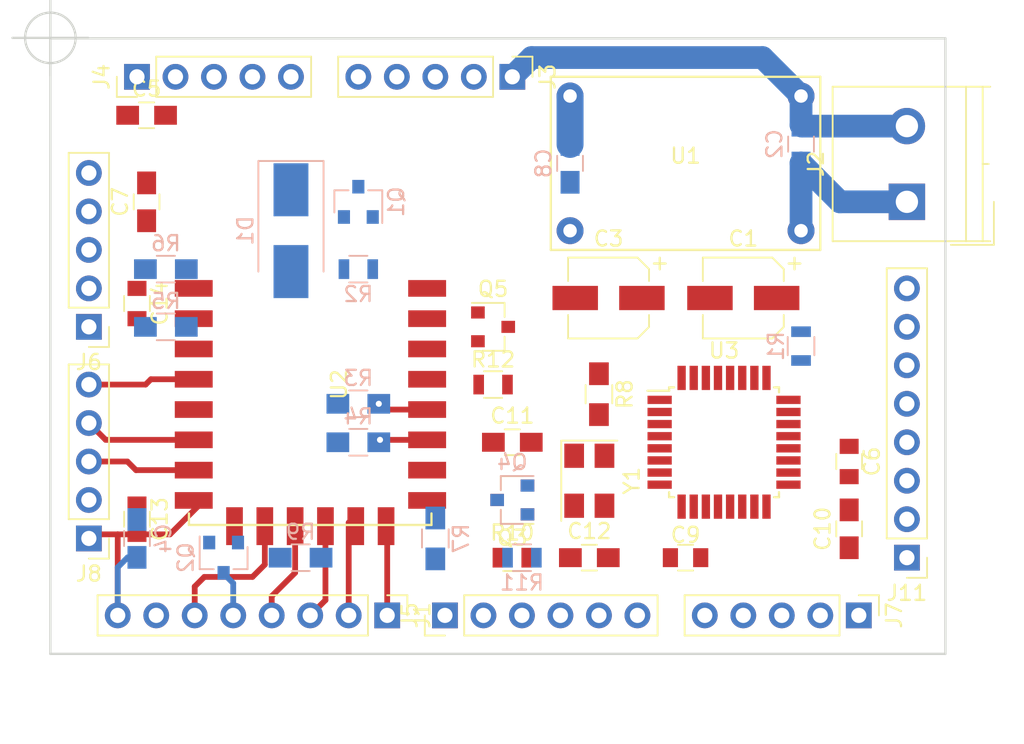
<source format=kicad_pcb>
(kicad_pcb (version 20171130) (host pcbnew "(5.0.0-rc2-109-g0e3be5776-dirty)-sonnt")

  (general
    (thickness 1.6)
    (drawings 5)
    (tracks 52)
    (zones 0)
    (modules 45)
    (nets 50)
  )

  (page A4)
  (layers
    (0 F.Cu signal)
    (31 B.Cu signal)
    (32 B.Adhes user)
    (33 F.Adhes user)
    (34 B.Paste user)
    (35 F.Paste user)
    (36 B.SilkS user)
    (37 F.SilkS user)
    (38 B.Mask user)
    (39 F.Mask user)
    (40 Dwgs.User user)
    (41 Cmts.User user)
    (42 Eco1.User user)
    (43 Eco2.User user)
    (44 Edge.Cuts user)
    (45 Margin user)
    (46 B.CrtYd user)
    (47 F.CrtYd user)
    (48 B.Fab user)
    (49 F.Fab user)
  )

  (setup
    (last_trace_width 0.25)
    (trace_clearance 0.381)
    (zone_clearance 0.508)
    (zone_45_only no)
    (trace_min 0.2)
    (segment_width 0.2)
    (edge_width 0.15)
    (via_size 0.8)
    (via_drill 0.4)
    (via_min_size 0.4)
    (via_min_drill 0.3)
    (uvia_size 0.3)
    (uvia_drill 0.1)
    (uvias_allowed no)
    (uvia_min_size 0.2)
    (uvia_min_drill 0.1)
    (pcb_text_width 0.3)
    (pcb_text_size 1.5 1.5)
    (mod_edge_width 0.15)
    (mod_text_size 1 1)
    (mod_text_width 0.15)
    (pad_size 1.524 1.524)
    (pad_drill 0.762)
    (pad_to_mask_clearance 0.2)
    (aux_axis_origin 0 0)
    (visible_elements FFFFFF7F)
    (pcbplotparams
      (layerselection 0x010fc_ffffffff)
      (usegerberextensions false)
      (usegerberattributes false)
      (usegerberadvancedattributes false)
      (creategerberjobfile false)
      (excludeedgelayer true)
      (linewidth 0.100000)
      (plotframeref false)
      (viasonmask false)
      (mode 1)
      (useauxorigin false)
      (hpglpennumber 1)
      (hpglpenspeed 20)
      (hpglpendiameter 15.000000)
      (psnegative false)
      (psa4output false)
      (plotreference true)
      (plotvalue true)
      (plotinvisibletext false)
      (padsonsilk false)
      (subtractmaskfromsilk false)
      (outputformat 1)
      (mirror false)
      (drillshape 1)
      (scaleselection 1)
      (outputdirectory ""))
  )

  (net 0 "")
  (net 1 GND)
  (net 2 +12V)
  (net 3 +3V3)
  (net 4 /Sheet5B6C3003/RESET)
  (net 5 "Net-(C9-Pad2)")
  (net 6 "Net-(C11-Pad2)")
  (net 7 "Net-(C12-Pad2)")
  (net 8 /Sheet5B6162EB/lock)
  (net 9 /Sheet5B616227/MISO)
  (net 10 /Sheet5B616227/DC)
  (net 11 /Sheet5B616227/MOSI)
  (net 12 /Sheet5B616227/CLK)
  (net 13 /Sheet5B6162EB/NO)
  (net 14 /Sheet5B6C3003/PC3)
  (net 15 /Sheet5B6C14E0/TXD)
  (net 16 /Sheet5B6C14E0/RXD)
  (net 17 /Sheet5B6C14E0/RTS)
  (net 18 /Sheet5B6C14E0/DTR)
  (net 19 /Sheet5B6C14E0/GPIO0)
  (net 20 /Sheet5B6C14E0/GPIO4)
  (net 21 /Sheet5B6C14E0/GPIO5)
  (net 22 /Sheet5B6C3003/TXD_AT)
  (net 23 /Sheet5B6C3003/RXD_AT)
  (net 24 /Sheet5B6C14E0/GPIO16)
  (net 25 /Sheet5B6C14E0/GPIO13)
  (net 26 /Sheet5B6C14E0/GPIO12)
  (net 27 /Sheet5B6C3003/PB1)
  (net 28 /Sheet5B71ECCF/IRQ)
  (net 29 /Sheet5B6C3003/MISO)
  (net 30 /Sheet5B6C3003/MOSI)
  (net 31 /Sheet5B6C3003/SCK)
  (net 32 /Sheet5B6C3003/PB2)
  (net 33 "Net-(Q1-Pad1)")
  (net 34 "Net-(Q2-Pad1)")
  (net 35 "Net-(Q3-Pad2)")
  (net 36 "Net-(Q3-Pad1)")
  (net 37 "Net-(Q5-Pad2)")
  (net 38 /Sheet5B6C3003/PC2)
  (net 39 /Sheet5B6C3003/SDA)
  (net 40 /Sheet5B6C14E0/CH_PD)
  (net 41 /Sheet5B616227/BLK)
  (net 42 /Sheet5B6C3003/SCL)
  (net 43 /Sheet5B6C3003/PD4)
  (net 44 /Sheet5B6C3003/PD5)
  (net 45 /Sheet5B6C3003/PD6)
  (net 46 /Sheet5B6C3003/PC1)
  (net 47 "Net-(J1-Pad5)")
  (net 48 /Sheet5B6C14E0/RST_ESP)
  (net 49 /Sheet5B6C14E0/GPIO10)

  (net_class Default "This is the default net class."
    (clearance 0.381)
    (trace_width 0.25)
    (via_dia 0.8)
    (via_drill 0.4)
    (uvia_dia 0.3)
    (uvia_drill 0.1)
    (add_net +12V)
    (add_net +3V3)
    (add_net /Sheet5B616227/BLK)
    (add_net /Sheet5B616227/CLK)
    (add_net /Sheet5B616227/DC)
    (add_net /Sheet5B616227/MISO)
    (add_net /Sheet5B616227/MOSI)
    (add_net /Sheet5B6162EB/NO)
    (add_net /Sheet5B6162EB/lock)
    (add_net /Sheet5B6C14E0/CH_PD)
    (add_net /Sheet5B6C14E0/DTR)
    (add_net /Sheet5B6C14E0/GPIO0)
    (add_net /Sheet5B6C14E0/GPIO10)
    (add_net /Sheet5B6C14E0/GPIO12)
    (add_net /Sheet5B6C14E0/GPIO13)
    (add_net /Sheet5B6C14E0/GPIO16)
    (add_net /Sheet5B6C14E0/GPIO4)
    (add_net /Sheet5B6C14E0/GPIO5)
    (add_net /Sheet5B6C14E0/RST_ESP)
    (add_net /Sheet5B6C14E0/RTS)
    (add_net /Sheet5B6C14E0/RXD)
    (add_net /Sheet5B6C14E0/TXD)
    (add_net /Sheet5B6C3003/MISO)
    (add_net /Sheet5B6C3003/MOSI)
    (add_net /Sheet5B6C3003/PB1)
    (add_net /Sheet5B6C3003/PB2)
    (add_net /Sheet5B6C3003/PC1)
    (add_net /Sheet5B6C3003/PC2)
    (add_net /Sheet5B6C3003/PC3)
    (add_net /Sheet5B6C3003/PD4)
    (add_net /Sheet5B6C3003/PD5)
    (add_net /Sheet5B6C3003/PD6)
    (add_net /Sheet5B6C3003/RESET)
    (add_net /Sheet5B6C3003/RXD_AT)
    (add_net /Sheet5B6C3003/SCK)
    (add_net /Sheet5B6C3003/SCL)
    (add_net /Sheet5B6C3003/SDA)
    (add_net /Sheet5B6C3003/TXD_AT)
    (add_net /Sheet5B71ECCF/IRQ)
    (add_net GND)
    (add_net "Net-(C11-Pad2)")
    (add_net "Net-(C12-Pad2)")
    (add_net "Net-(C9-Pad2)")
    (add_net "Net-(J1-Pad5)")
    (add_net "Net-(Q1-Pad1)")
    (add_net "Net-(Q2-Pad1)")
    (add_net "Net-(Q3-Pad1)")
    (add_net "Net-(Q3-Pad2)")
    (add_net "Net-(Q5-Pad2)")
  )

  (net_class +12V ""
    (clearance 0.5)
    (trace_width 2)
    (via_dia 0.8)
    (via_drill 0.4)
    (uvia_dia 0.3)
    (uvia_drill 0.1)
  )

  (module Pin_Headers:Pin_Header_Straight_1x08_Pitch2.54mm (layer F.Cu) (tedit 59650532) (tstamp 5B79B952)
    (at 86.995 151.13 270)
    (descr "Through hole straight pin header, 1x08, 2.54mm pitch, single row")
    (tags "Through hole pin header THT 1x08 2.54mm single row")
    (path /5B616228/5B62B126)
    (fp_text reference J1 (at 0 -2.33 270) (layer F.SilkS)
      (effects (font (size 1 1) (thickness 0.15)))
    )
    (fp_text value "LCD TFT 2.4 inch" (at 0 20.11 270) (layer F.Fab)
      (effects (font (size 1 1) (thickness 0.15)))
    )
    (fp_text user %R (at 0 8.89) (layer F.Fab)
      (effects (font (size 1 1) (thickness 0.15)))
    )
    (fp_line (start 1.8 -1.8) (end -1.8 -1.8) (layer F.CrtYd) (width 0.05))
    (fp_line (start 1.8 19.55) (end 1.8 -1.8) (layer F.CrtYd) (width 0.05))
    (fp_line (start -1.8 19.55) (end 1.8 19.55) (layer F.CrtYd) (width 0.05))
    (fp_line (start -1.8 -1.8) (end -1.8 19.55) (layer F.CrtYd) (width 0.05))
    (fp_line (start -1.33 -1.33) (end 0 -1.33) (layer F.SilkS) (width 0.12))
    (fp_line (start -1.33 0) (end -1.33 -1.33) (layer F.SilkS) (width 0.12))
    (fp_line (start -1.33 1.27) (end 1.33 1.27) (layer F.SilkS) (width 0.12))
    (fp_line (start 1.33 1.27) (end 1.33 19.11) (layer F.SilkS) (width 0.12))
    (fp_line (start -1.33 1.27) (end -1.33 19.11) (layer F.SilkS) (width 0.12))
    (fp_line (start -1.33 19.11) (end 1.33 19.11) (layer F.SilkS) (width 0.12))
    (fp_line (start -1.27 -0.635) (end -0.635 -1.27) (layer F.Fab) (width 0.1))
    (fp_line (start -1.27 19.05) (end -1.27 -0.635) (layer F.Fab) (width 0.1))
    (fp_line (start 1.27 19.05) (end -1.27 19.05) (layer F.Fab) (width 0.1))
    (fp_line (start 1.27 -1.27) (end 1.27 19.05) (layer F.Fab) (width 0.1))
    (fp_line (start -0.635 -1.27) (end 1.27 -1.27) (layer F.Fab) (width 0.1))
    (pad 8 thru_hole oval (at 0 17.78 270) (size 1.7 1.7) (drill 1) (layers *.Cu *.Mask)
      (net 3 +3V3))
    (pad 7 thru_hole oval (at 0 15.24 270) (size 1.7 1.7) (drill 1) (layers *.Cu *.Mask)
      (net 1 GND))
    (pad 6 thru_hole oval (at 0 12.7 270) (size 1.7 1.7) (drill 1) (layers *.Cu *.Mask)
      (net 9 /Sheet5B616227/MISO))
    (pad 5 thru_hole oval (at 0 10.16 270) (size 1.7 1.7) (drill 1) (layers *.Cu *.Mask)
      (net 47 "Net-(J1-Pad5)"))
    (pad 4 thru_hole oval (at 0 7.62 270) (size 1.7 1.7) (drill 1) (layers *.Cu *.Mask)
      (net 10 /Sheet5B616227/DC))
    (pad 3 thru_hole oval (at 0 5.08 270) (size 1.7 1.7) (drill 1) (layers *.Cu *.Mask)
      (net 49 /Sheet5B6C14E0/GPIO10))
    (pad 2 thru_hole oval (at 0 2.54 270) (size 1.7 1.7) (drill 1) (layers *.Cu *.Mask)
      (net 11 /Sheet5B616227/MOSI))
    (pad 1 thru_hole rect (at 0 0 270) (size 1.7 1.7) (drill 1) (layers *.Cu *.Mask)
      (net 12 /Sheet5B616227/CLK))
    (model ${KISYS3DMOD}/Pin_Headers.3dshapes/Pin_Header_Straight_1x08_Pitch2.54mm.wrl
      (at (xyz 0 0 0))
      (scale (xyz 1 1 1))
      (rotate (xyz 0 0 0))
    )
  )

  (module Capacitors_SMD:CP_Elec_5x5.8 (layer F.Cu) (tedit 58AA8B00) (tstamp 5B79B847)
    (at 110.49 130.175 180)
    (descr "SMT capacitor, aluminium electrolytic, 5x5.8")
    (path /5B6162EC/5B633F38)
    (attr smd)
    (fp_text reference C1 (at 0 3.92 180) (layer F.SilkS)
      (effects (font (size 1 1) (thickness 0.15)))
    )
    (fp_text value 100u/35v (at 0 -3.92 180) (layer F.Fab)
      (effects (font (size 1 1) (thickness 0.15)))
    )
    (fp_line (start 3.95 2.76) (end -3.95 2.76) (layer F.CrtYd) (width 0.05))
    (fp_line (start 3.95 2.76) (end 3.95 -2.77) (layer F.CrtYd) (width 0.05))
    (fp_line (start -3.95 -2.77) (end -3.95 2.76) (layer F.CrtYd) (width 0.05))
    (fp_line (start -3.95 -2.77) (end 3.95 -2.77) (layer F.CrtYd) (width 0.05))
    (fp_line (start -1.91 2.67) (end 2.67 2.67) (layer F.SilkS) (width 0.12))
    (fp_line (start -2.67 1.91) (end -1.91 2.67) (layer F.SilkS) (width 0.12))
    (fp_line (start -1.91 -2.67) (end -2.67 -1.91) (layer F.SilkS) (width 0.12))
    (fp_line (start 2.67 -2.67) (end -1.91 -2.67) (layer F.SilkS) (width 0.12))
    (fp_line (start -2.67 -1.91) (end -2.67 -1.12) (layer F.SilkS) (width 0.12))
    (fp_line (start -2.67 1.91) (end -2.67 1.12) (layer F.SilkS) (width 0.12))
    (fp_line (start 2.67 -2.67) (end 2.67 -1.12) (layer F.SilkS) (width 0.12))
    (fp_line (start 2.67 2.67) (end 2.67 1.12) (layer F.SilkS) (width 0.12))
    (fp_line (start 2.51 -2.51) (end -1.84 -2.51) (layer F.Fab) (width 0.1))
    (fp_line (start -1.84 -2.51) (end -2.51 -1.84) (layer F.Fab) (width 0.1))
    (fp_line (start -2.51 -1.84) (end -2.51 1.84) (layer F.Fab) (width 0.1))
    (fp_line (start -2.51 1.84) (end -1.84 2.51) (layer F.Fab) (width 0.1))
    (fp_line (start -1.84 2.51) (end 2.51 2.51) (layer F.Fab) (width 0.1))
    (fp_line (start 2.51 2.51) (end 2.51 -2.51) (layer F.Fab) (width 0.1))
    (fp_text user %R (at 0 3.92 180) (layer F.Fab)
      (effects (font (size 1 1) (thickness 0.15)))
    )
    (fp_text user + (at -3.38 2.35 180) (layer F.SilkS)
      (effects (font (size 1 1) (thickness 0.15)))
    )
    (fp_text user + (at -1.38 -0.06 180) (layer F.Fab)
      (effects (font (size 1 1) (thickness 0.15)))
    )
    (fp_circle (center 0 0) (end 0.1 2.4) (layer F.Fab) (width 0.1))
    (pad 2 smd rect (at 2.2 0) (size 3 1.6) (layers F.Cu F.Paste F.Mask)
      (net 1 GND))
    (pad 1 smd rect (at -2.2 0) (size 3 1.6) (layers F.Cu F.Paste F.Mask)
      (net 2 +12V))
    (model Capacitors_SMD.3dshapes/CP_Elec_5x5.8.wrl
      (at (xyz 0 0 0))
      (scale (xyz 1 1 1))
      (rotate (xyz 0 0 180))
    )
  )

  (module Capacitors_SMD:C_0805_HandSoldering (layer B.Cu) (tedit 58AA84A8) (tstamp 5B79B858)
    (at 114.3 120.015 270)
    (descr "Capacitor SMD 0805, hand soldering")
    (tags "capacitor 0805")
    (path /5B6162EC/5B63429C)
    (attr smd)
    (fp_text reference C2 (at 0 1.75 270) (layer B.SilkS)
      (effects (font (size 1 1) (thickness 0.15)) (justify mirror))
    )
    (fp_text value 104 (at 0 -1.75 270) (layer B.Fab)
      (effects (font (size 1 1) (thickness 0.15)) (justify mirror))
    )
    (fp_text user %R (at 0 1.75 270) (layer B.Fab)
      (effects (font (size 1 1) (thickness 0.15)) (justify mirror))
    )
    (fp_line (start -1 -0.62) (end -1 0.62) (layer B.Fab) (width 0.1))
    (fp_line (start 1 -0.62) (end -1 -0.62) (layer B.Fab) (width 0.1))
    (fp_line (start 1 0.62) (end 1 -0.62) (layer B.Fab) (width 0.1))
    (fp_line (start -1 0.62) (end 1 0.62) (layer B.Fab) (width 0.1))
    (fp_line (start 0.5 0.85) (end -0.5 0.85) (layer B.SilkS) (width 0.12))
    (fp_line (start -0.5 -0.85) (end 0.5 -0.85) (layer B.SilkS) (width 0.12))
    (fp_line (start -2.25 0.88) (end 2.25 0.88) (layer B.CrtYd) (width 0.05))
    (fp_line (start -2.25 0.88) (end -2.25 -0.87) (layer B.CrtYd) (width 0.05))
    (fp_line (start 2.25 -0.87) (end 2.25 0.88) (layer B.CrtYd) (width 0.05))
    (fp_line (start 2.25 -0.87) (end -2.25 -0.87) (layer B.CrtYd) (width 0.05))
    (pad 1 smd rect (at -1.25 0 270) (size 1.5 1.25) (layers B.Cu B.Paste B.Mask)
      (net 2 +12V))
    (pad 2 smd rect (at 1.25 0 270) (size 1.5 1.25) (layers B.Cu B.Paste B.Mask)
      (net 1 GND))
    (model Capacitors_SMD.3dshapes/C_0805.wrl
      (at (xyz 0 0 0))
      (scale (xyz 1 1 1))
      (rotate (xyz 0 0 0))
    )
  )

  (module Capacitors_SMD:CP_Elec_5x5.8 (layer F.Cu) (tedit 58AA8B00) (tstamp 5B79B874)
    (at 101.6 130.175 180)
    (descr "SMT capacitor, aluminium electrolytic, 5x5.8")
    (path /5B6162EC/5B634915)
    (attr smd)
    (fp_text reference C3 (at 0 3.92 180) (layer F.SilkS)
      (effects (font (size 1 1) (thickness 0.15)))
    )
    (fp_text value 100u/16v (at 0 -3.92 180) (layer F.Fab)
      (effects (font (size 1 1) (thickness 0.15)))
    )
    (fp_circle (center 0 0) (end 0.1 2.4) (layer F.Fab) (width 0.1))
    (fp_text user + (at -1.38 -0.06 180) (layer F.Fab)
      (effects (font (size 1 1) (thickness 0.15)))
    )
    (fp_text user + (at -3.38 2.35 180) (layer F.SilkS)
      (effects (font (size 1 1) (thickness 0.15)))
    )
    (fp_text user %R (at 0 3.92 180) (layer F.Fab)
      (effects (font (size 1 1) (thickness 0.15)))
    )
    (fp_line (start 2.51 2.51) (end 2.51 -2.51) (layer F.Fab) (width 0.1))
    (fp_line (start -1.84 2.51) (end 2.51 2.51) (layer F.Fab) (width 0.1))
    (fp_line (start -2.51 1.84) (end -1.84 2.51) (layer F.Fab) (width 0.1))
    (fp_line (start -2.51 -1.84) (end -2.51 1.84) (layer F.Fab) (width 0.1))
    (fp_line (start -1.84 -2.51) (end -2.51 -1.84) (layer F.Fab) (width 0.1))
    (fp_line (start 2.51 -2.51) (end -1.84 -2.51) (layer F.Fab) (width 0.1))
    (fp_line (start 2.67 2.67) (end 2.67 1.12) (layer F.SilkS) (width 0.12))
    (fp_line (start 2.67 -2.67) (end 2.67 -1.12) (layer F.SilkS) (width 0.12))
    (fp_line (start -2.67 1.91) (end -2.67 1.12) (layer F.SilkS) (width 0.12))
    (fp_line (start -2.67 -1.91) (end -2.67 -1.12) (layer F.SilkS) (width 0.12))
    (fp_line (start 2.67 -2.67) (end -1.91 -2.67) (layer F.SilkS) (width 0.12))
    (fp_line (start -1.91 -2.67) (end -2.67 -1.91) (layer F.SilkS) (width 0.12))
    (fp_line (start -2.67 1.91) (end -1.91 2.67) (layer F.SilkS) (width 0.12))
    (fp_line (start -1.91 2.67) (end 2.67 2.67) (layer F.SilkS) (width 0.12))
    (fp_line (start -3.95 -2.77) (end 3.95 -2.77) (layer F.CrtYd) (width 0.05))
    (fp_line (start -3.95 -2.77) (end -3.95 2.76) (layer F.CrtYd) (width 0.05))
    (fp_line (start 3.95 2.76) (end 3.95 -2.77) (layer F.CrtYd) (width 0.05))
    (fp_line (start 3.95 2.76) (end -3.95 2.76) (layer F.CrtYd) (width 0.05))
    (pad 1 smd rect (at -2.2 0) (size 3 1.6) (layers F.Cu F.Paste F.Mask)
      (net 3 +3V3))
    (pad 2 smd rect (at 2.2 0) (size 3 1.6) (layers F.Cu F.Paste F.Mask)
      (net 1 GND))
    (model Capacitors_SMD.3dshapes/CP_Elec_5x5.8.wrl
      (at (xyz 0 0 0))
      (scale (xyz 1 1 1))
      (rotate (xyz 0 0 180))
    )
  )

  (module Capacitors_SMD:C_0805_HandSoldering (layer B.Cu) (tedit 58AA84A8) (tstamp 5B79B885)
    (at 70.485 146.05 90)
    (descr "Capacitor SMD 0805, hand soldering")
    (tags "capacitor 0805")
    (path /5B6162EC/5B6349A5)
    (attr smd)
    (fp_text reference C4 (at 0 1.75 90) (layer B.SilkS)
      (effects (font (size 1 1) (thickness 0.15)) (justify mirror))
    )
    (fp_text value 104 (at 0 -1.75 90) (layer B.Fab)
      (effects (font (size 1 1) (thickness 0.15)) (justify mirror))
    )
    (fp_line (start 2.25 -0.87) (end -2.25 -0.87) (layer B.CrtYd) (width 0.05))
    (fp_line (start 2.25 -0.87) (end 2.25 0.88) (layer B.CrtYd) (width 0.05))
    (fp_line (start -2.25 0.88) (end -2.25 -0.87) (layer B.CrtYd) (width 0.05))
    (fp_line (start -2.25 0.88) (end 2.25 0.88) (layer B.CrtYd) (width 0.05))
    (fp_line (start -0.5 -0.85) (end 0.5 -0.85) (layer B.SilkS) (width 0.12))
    (fp_line (start 0.5 0.85) (end -0.5 0.85) (layer B.SilkS) (width 0.12))
    (fp_line (start -1 0.62) (end 1 0.62) (layer B.Fab) (width 0.1))
    (fp_line (start 1 0.62) (end 1 -0.62) (layer B.Fab) (width 0.1))
    (fp_line (start 1 -0.62) (end -1 -0.62) (layer B.Fab) (width 0.1))
    (fp_line (start -1 -0.62) (end -1 0.62) (layer B.Fab) (width 0.1))
    (fp_text user %R (at 0 1.75 90) (layer B.Fab)
      (effects (font (size 1 1) (thickness 0.15)) (justify mirror))
    )
    (pad 2 smd rect (at 1.25 0 90) (size 1.5 1.25) (layers B.Cu B.Paste B.Mask)
      (net 1 GND))
    (pad 1 smd rect (at -1.25 0 90) (size 1.5 1.25) (layers B.Cu B.Paste B.Mask)
      (net 3 +3V3))
    (model Capacitors_SMD.3dshapes/C_0805.wrl
      (at (xyz 0 0 0))
      (scale (xyz 1 1 1))
      (rotate (xyz 0 0 0))
    )
  )

  (module Capacitors_SMD:C_0805_HandSoldering (layer F.Cu) (tedit 58AA84A8) (tstamp 5B79B896)
    (at 71.12 118.11)
    (descr "Capacitor SMD 0805, hand soldering")
    (tags "capacitor 0805")
    (path /5B629A42/5B628D63)
    (attr smd)
    (fp_text reference C5 (at 0 -1.75) (layer F.SilkS)
      (effects (font (size 1 1) (thickness 0.15)))
    )
    (fp_text value C_Small (at 0 1.75) (layer F.Fab)
      (effects (font (size 1 1) (thickness 0.15)))
    )
    (fp_line (start 2.25 0.87) (end -2.25 0.87) (layer F.CrtYd) (width 0.05))
    (fp_line (start 2.25 0.87) (end 2.25 -0.88) (layer F.CrtYd) (width 0.05))
    (fp_line (start -2.25 -0.88) (end -2.25 0.87) (layer F.CrtYd) (width 0.05))
    (fp_line (start -2.25 -0.88) (end 2.25 -0.88) (layer F.CrtYd) (width 0.05))
    (fp_line (start -0.5 0.85) (end 0.5 0.85) (layer F.SilkS) (width 0.12))
    (fp_line (start 0.5 -0.85) (end -0.5 -0.85) (layer F.SilkS) (width 0.12))
    (fp_line (start -1 -0.62) (end 1 -0.62) (layer F.Fab) (width 0.1))
    (fp_line (start 1 -0.62) (end 1 0.62) (layer F.Fab) (width 0.1))
    (fp_line (start 1 0.62) (end -1 0.62) (layer F.Fab) (width 0.1))
    (fp_line (start -1 0.62) (end -1 -0.62) (layer F.Fab) (width 0.1))
    (fp_text user %R (at 0 -1.75) (layer F.Fab)
      (effects (font (size 1 1) (thickness 0.15)))
    )
    (pad 2 smd rect (at 1.25 0) (size 1.5 1.25) (layers F.Cu F.Paste F.Mask)
      (net 1 GND))
    (pad 1 smd rect (at -1.25 0) (size 1.5 1.25) (layers F.Cu F.Paste F.Mask)
      (net 3 +3V3))
    (model Capacitors_SMD.3dshapes/C_0805.wrl
      (at (xyz 0 0 0))
      (scale (xyz 1 1 1))
      (rotate (xyz 0 0 0))
    )
  )

  (module Capacitors_SMD:C_0805 (layer F.Cu) (tedit 58AA8463) (tstamp 5B79B8A7)
    (at 117.475 140.97 270)
    (descr "Capacitor SMD 0805, reflow soldering, AVX (see smccp.pdf)")
    (tags "capacitor 0805")
    (path /5B6C14E1/5B6C7440)
    (attr smd)
    (fp_text reference C6 (at 0 -1.5 270) (layer F.SilkS)
      (effects (font (size 1 1) (thickness 0.15)))
    )
    (fp_text value 104 (at 0 1.75 270) (layer F.Fab)
      (effects (font (size 1 1) (thickness 0.15)))
    )
    (fp_line (start 1.75 0.87) (end -1.75 0.87) (layer F.CrtYd) (width 0.05))
    (fp_line (start 1.75 0.87) (end 1.75 -0.88) (layer F.CrtYd) (width 0.05))
    (fp_line (start -1.75 -0.88) (end -1.75 0.87) (layer F.CrtYd) (width 0.05))
    (fp_line (start -1.75 -0.88) (end 1.75 -0.88) (layer F.CrtYd) (width 0.05))
    (fp_line (start -0.5 0.85) (end 0.5 0.85) (layer F.SilkS) (width 0.12))
    (fp_line (start 0.5 -0.85) (end -0.5 -0.85) (layer F.SilkS) (width 0.12))
    (fp_line (start -1 -0.62) (end 1 -0.62) (layer F.Fab) (width 0.1))
    (fp_line (start 1 -0.62) (end 1 0.62) (layer F.Fab) (width 0.1))
    (fp_line (start 1 0.62) (end -1 0.62) (layer F.Fab) (width 0.1))
    (fp_line (start -1 0.62) (end -1 -0.62) (layer F.Fab) (width 0.1))
    (fp_text user %R (at 0 -1.5 270) (layer F.Fab)
      (effects (font (size 1 1) (thickness 0.15)))
    )
    (pad 2 smd rect (at 1 0 270) (size 1 1.25) (layers F.Cu F.Paste F.Mask)
      (net 3 +3V3))
    (pad 1 smd rect (at -1 0 270) (size 1 1.25) (layers F.Cu F.Paste F.Mask)
      (net 1 GND))
    (model Capacitors_SMD.3dshapes/C_0805.wrl
      (at (xyz 0 0 0))
      (scale (xyz 1 1 1))
      (rotate (xyz 0 0 0))
    )
  )

  (module Capacitors_SMD:C_0805_HandSoldering (layer F.Cu) (tedit 58AA84A8) (tstamp 5B79B8B8)
    (at 71.12 123.825 90)
    (descr "Capacitor SMD 0805, hand soldering")
    (tags "capacitor 0805")
    (path /5B6C14E1/5B620CF1)
    (attr smd)
    (fp_text reference C7 (at 0 -1.75 90) (layer F.SilkS)
      (effects (font (size 1 1) (thickness 0.15)))
    )
    (fp_text value 103 (at 0 1.75 90) (layer F.Fab)
      (effects (font (size 1 1) (thickness 0.15)))
    )
    (fp_text user %R (at 0 -1.75 90) (layer F.Fab)
      (effects (font (size 1 1) (thickness 0.15)))
    )
    (fp_line (start -1 0.62) (end -1 -0.62) (layer F.Fab) (width 0.1))
    (fp_line (start 1 0.62) (end -1 0.62) (layer F.Fab) (width 0.1))
    (fp_line (start 1 -0.62) (end 1 0.62) (layer F.Fab) (width 0.1))
    (fp_line (start -1 -0.62) (end 1 -0.62) (layer F.Fab) (width 0.1))
    (fp_line (start 0.5 -0.85) (end -0.5 -0.85) (layer F.SilkS) (width 0.12))
    (fp_line (start -0.5 0.85) (end 0.5 0.85) (layer F.SilkS) (width 0.12))
    (fp_line (start -2.25 -0.88) (end 2.25 -0.88) (layer F.CrtYd) (width 0.05))
    (fp_line (start -2.25 -0.88) (end -2.25 0.87) (layer F.CrtYd) (width 0.05))
    (fp_line (start 2.25 0.87) (end 2.25 -0.88) (layer F.CrtYd) (width 0.05))
    (fp_line (start 2.25 0.87) (end -2.25 0.87) (layer F.CrtYd) (width 0.05))
    (pad 1 smd rect (at -1.25 0 90) (size 1.5 1.25) (layers F.Cu F.Paste F.Mask)
      (net 48 /Sheet5B6C14E0/RST_ESP))
    (pad 2 smd rect (at 1.25 0 90) (size 1.5 1.25) (layers F.Cu F.Paste F.Mask)
      (net 1 GND))
    (model Capacitors_SMD.3dshapes/C_0805.wrl
      (at (xyz 0 0 0))
      (scale (xyz 1 1 1))
      (rotate (xyz 0 0 0))
    )
  )

  (module Capacitors_SMD:C_0805_HandSoldering (layer B.Cu) (tedit 58AA84A8) (tstamp 5B79B8C9)
    (at 99.06 121.285 270)
    (descr "Capacitor SMD 0805, hand soldering")
    (tags "capacitor 0805")
    (path /5B6C14E1/5B618730)
    (attr smd)
    (fp_text reference C8 (at 0 1.75 270) (layer B.SilkS)
      (effects (font (size 1 1) (thickness 0.15)) (justify mirror))
    )
    (fp_text value 105 (at 0 -1.75 270) (layer B.Fab)
      (effects (font (size 1 1) (thickness 0.15)) (justify mirror))
    )
    (fp_text user %R (at 0 1.75 270) (layer B.Fab)
      (effects (font (size 1 1) (thickness 0.15)) (justify mirror))
    )
    (fp_line (start -1 -0.62) (end -1 0.62) (layer B.Fab) (width 0.1))
    (fp_line (start 1 -0.62) (end -1 -0.62) (layer B.Fab) (width 0.1))
    (fp_line (start 1 0.62) (end 1 -0.62) (layer B.Fab) (width 0.1))
    (fp_line (start -1 0.62) (end 1 0.62) (layer B.Fab) (width 0.1))
    (fp_line (start 0.5 0.85) (end -0.5 0.85) (layer B.SilkS) (width 0.12))
    (fp_line (start -0.5 -0.85) (end 0.5 -0.85) (layer B.SilkS) (width 0.12))
    (fp_line (start -2.25 0.88) (end 2.25 0.88) (layer B.CrtYd) (width 0.05))
    (fp_line (start -2.25 0.88) (end -2.25 -0.87) (layer B.CrtYd) (width 0.05))
    (fp_line (start 2.25 -0.87) (end 2.25 0.88) (layer B.CrtYd) (width 0.05))
    (fp_line (start 2.25 -0.87) (end -2.25 -0.87) (layer B.CrtYd) (width 0.05))
    (pad 1 smd rect (at -1.25 0 270) (size 1.5 1.25) (layers B.Cu B.Paste B.Mask)
      (net 3 +3V3))
    (pad 2 smd rect (at 1.25 0 270) (size 1.5 1.25) (layers B.Cu B.Paste B.Mask)
      (net 1 GND))
    (model Capacitors_SMD.3dshapes/C_0805.wrl
      (at (xyz 0 0 0))
      (scale (xyz 1 1 1))
      (rotate (xyz 0 0 0))
    )
  )

  (module Capacitors_SMD:C_0805 (layer F.Cu) (tedit 58AA8463) (tstamp 5B79B8DA)
    (at 106.68 147.32)
    (descr "Capacitor SMD 0805, reflow soldering, AVX (see smccp.pdf)")
    (tags "capacitor 0805")
    (path /5B6C3004/5B6DC171)
    (attr smd)
    (fp_text reference C9 (at 0 -1.5) (layer F.SilkS)
      (effects (font (size 1 1) (thickness 0.15)))
    )
    (fp_text value 104 (at 0 1.75) (layer F.Fab)
      (effects (font (size 1 1) (thickness 0.15)))
    )
    (fp_text user %R (at 0 -1.5) (layer F.Fab)
      (effects (font (size 1 1) (thickness 0.15)))
    )
    (fp_line (start -1 0.62) (end -1 -0.62) (layer F.Fab) (width 0.1))
    (fp_line (start 1 0.62) (end -1 0.62) (layer F.Fab) (width 0.1))
    (fp_line (start 1 -0.62) (end 1 0.62) (layer F.Fab) (width 0.1))
    (fp_line (start -1 -0.62) (end 1 -0.62) (layer F.Fab) (width 0.1))
    (fp_line (start 0.5 -0.85) (end -0.5 -0.85) (layer F.SilkS) (width 0.12))
    (fp_line (start -0.5 0.85) (end 0.5 0.85) (layer F.SilkS) (width 0.12))
    (fp_line (start -1.75 -0.88) (end 1.75 -0.88) (layer F.CrtYd) (width 0.05))
    (fp_line (start -1.75 -0.88) (end -1.75 0.87) (layer F.CrtYd) (width 0.05))
    (fp_line (start 1.75 0.87) (end 1.75 -0.88) (layer F.CrtYd) (width 0.05))
    (fp_line (start 1.75 0.87) (end -1.75 0.87) (layer F.CrtYd) (width 0.05))
    (pad 1 smd rect (at -1 0) (size 1 1.25) (layers F.Cu F.Paste F.Mask)
      (net 4 /Sheet5B6C3003/RESET))
    (pad 2 smd rect (at 1 0) (size 1 1.25) (layers F.Cu F.Paste F.Mask)
      (net 5 "Net-(C9-Pad2)"))
    (model Capacitors_SMD.3dshapes/C_0805.wrl
      (at (xyz 0 0 0))
      (scale (xyz 1 1 1))
      (rotate (xyz 0 0 0))
    )
  )

  (module Capacitors_SMD:C_0805_HandSoldering (layer F.Cu) (tedit 58AA84A8) (tstamp 5B79B8EB)
    (at 95.25 139.7)
    (descr "Capacitor SMD 0805, hand soldering")
    (tags "capacitor 0805")
    (path /5B6C3004/5B6CD364)
    (attr smd)
    (fp_text reference C11 (at 0 -1.75) (layer F.SilkS)
      (effects (font (size 1 1) (thickness 0.15)))
    )
    (fp_text value 20pF (at 0 1.75) (layer F.Fab)
      (effects (font (size 1 1) (thickness 0.15)))
    )
    (fp_line (start 2.25 0.87) (end -2.25 0.87) (layer F.CrtYd) (width 0.05))
    (fp_line (start 2.25 0.87) (end 2.25 -0.88) (layer F.CrtYd) (width 0.05))
    (fp_line (start -2.25 -0.88) (end -2.25 0.87) (layer F.CrtYd) (width 0.05))
    (fp_line (start -2.25 -0.88) (end 2.25 -0.88) (layer F.CrtYd) (width 0.05))
    (fp_line (start -0.5 0.85) (end 0.5 0.85) (layer F.SilkS) (width 0.12))
    (fp_line (start 0.5 -0.85) (end -0.5 -0.85) (layer F.SilkS) (width 0.12))
    (fp_line (start -1 -0.62) (end 1 -0.62) (layer F.Fab) (width 0.1))
    (fp_line (start 1 -0.62) (end 1 0.62) (layer F.Fab) (width 0.1))
    (fp_line (start 1 0.62) (end -1 0.62) (layer F.Fab) (width 0.1))
    (fp_line (start -1 0.62) (end -1 -0.62) (layer F.Fab) (width 0.1))
    (fp_text user %R (at 0 -1.75) (layer F.Fab)
      (effects (font (size 1 1) (thickness 0.15)))
    )
    (pad 2 smd rect (at 1.25 0) (size 1.5 1.25) (layers F.Cu F.Paste F.Mask)
      (net 6 "Net-(C11-Pad2)"))
    (pad 1 smd rect (at -1.25 0) (size 1.5 1.25) (layers F.Cu F.Paste F.Mask)
      (net 1 GND))
    (model Capacitors_SMD.3dshapes/C_0805.wrl
      (at (xyz 0 0 0))
      (scale (xyz 1 1 1))
      (rotate (xyz 0 0 0))
    )
  )

  (module Capacitors_SMD:C_0805_HandSoldering (layer F.Cu) (tedit 58AA84A8) (tstamp 5B79B8FC)
    (at 100.33 147.32)
    (descr "Capacitor SMD 0805, hand soldering")
    (tags "capacitor 0805")
    (path /5B6C3004/5B6CD756)
    (attr smd)
    (fp_text reference C12 (at 0 -1.75) (layer F.SilkS)
      (effects (font (size 1 1) (thickness 0.15)))
    )
    (fp_text value 20pF (at 0 1.75) (layer F.Fab)
      (effects (font (size 1 1) (thickness 0.15)))
    )
    (fp_text user %R (at 0 -1.75) (layer F.Fab)
      (effects (font (size 1 1) (thickness 0.15)))
    )
    (fp_line (start -1 0.62) (end -1 -0.62) (layer F.Fab) (width 0.1))
    (fp_line (start 1 0.62) (end -1 0.62) (layer F.Fab) (width 0.1))
    (fp_line (start 1 -0.62) (end 1 0.62) (layer F.Fab) (width 0.1))
    (fp_line (start -1 -0.62) (end 1 -0.62) (layer F.Fab) (width 0.1))
    (fp_line (start 0.5 -0.85) (end -0.5 -0.85) (layer F.SilkS) (width 0.12))
    (fp_line (start -0.5 0.85) (end 0.5 0.85) (layer F.SilkS) (width 0.12))
    (fp_line (start -2.25 -0.88) (end 2.25 -0.88) (layer F.CrtYd) (width 0.05))
    (fp_line (start -2.25 -0.88) (end -2.25 0.87) (layer F.CrtYd) (width 0.05))
    (fp_line (start 2.25 0.87) (end 2.25 -0.88) (layer F.CrtYd) (width 0.05))
    (fp_line (start 2.25 0.87) (end -2.25 0.87) (layer F.CrtYd) (width 0.05))
    (pad 1 smd rect (at -1.25 0) (size 1.5 1.25) (layers F.Cu F.Paste F.Mask)
      (net 1 GND))
    (pad 2 smd rect (at 1.25 0) (size 1.5 1.25) (layers F.Cu F.Paste F.Mask)
      (net 7 "Net-(C12-Pad2)"))
    (model Capacitors_SMD.3dshapes/C_0805.wrl
      (at (xyz 0 0 0))
      (scale (xyz 1 1 1))
      (rotate (xyz 0 0 0))
    )
  )

  (module Capacitors_SMD:C_0805 (layer F.Cu) (tedit 58AA8463) (tstamp 5B79B90D)
    (at 70.485 144.78 270)
    (descr "Capacitor SMD 0805, reflow soldering, AVX (see smccp.pdf)")
    (tags "capacitor 0805")
    (path /5B71E55D/5B6EF154)
    (attr smd)
    (fp_text reference C13 (at 0 -1.5 270) (layer F.SilkS)
      (effects (font (size 1 1) (thickness 0.15)))
    )
    (fp_text value 104 (at 0 1.75 270) (layer F.Fab)
      (effects (font (size 1 1) (thickness 0.15)))
    )
    (fp_text user %R (at 0 -1.5 270) (layer F.Fab)
      (effects (font (size 1 1) (thickness 0.15)))
    )
    (fp_line (start -1 0.62) (end -1 -0.62) (layer F.Fab) (width 0.1))
    (fp_line (start 1 0.62) (end -1 0.62) (layer F.Fab) (width 0.1))
    (fp_line (start 1 -0.62) (end 1 0.62) (layer F.Fab) (width 0.1))
    (fp_line (start -1 -0.62) (end 1 -0.62) (layer F.Fab) (width 0.1))
    (fp_line (start 0.5 -0.85) (end -0.5 -0.85) (layer F.SilkS) (width 0.12))
    (fp_line (start -0.5 0.85) (end 0.5 0.85) (layer F.SilkS) (width 0.12))
    (fp_line (start -1.75 -0.88) (end 1.75 -0.88) (layer F.CrtYd) (width 0.05))
    (fp_line (start -1.75 -0.88) (end -1.75 0.87) (layer F.CrtYd) (width 0.05))
    (fp_line (start 1.75 0.87) (end 1.75 -0.88) (layer F.CrtYd) (width 0.05))
    (fp_line (start 1.75 0.87) (end -1.75 0.87) (layer F.CrtYd) (width 0.05))
    (pad 1 smd rect (at -1 0 270) (size 1 1.25) (layers F.Cu F.Paste F.Mask)
      (net 1 GND))
    (pad 2 smd rect (at 1 0 270) (size 1 1.25) (layers F.Cu F.Paste F.Mask)
      (net 3 +3V3))
    (model Capacitors_SMD.3dshapes/C_0805.wrl
      (at (xyz 0 0 0))
      (scale (xyz 1 1 1))
      (rotate (xyz 0 0 0))
    )
  )

  (module Capacitors_SMD:C_0805 (layer F.Cu) (tedit 58AA8463) (tstamp 5B79B91E)
    (at 70.485 130.54 270)
    (descr "Capacitor SMD 0805, reflow soldering, AVX (see smccp.pdf)")
    (tags "capacitor 0805")
    (path /5B71E55D/5B6F365D)
    (attr smd)
    (fp_text reference C14 (at 0 -1.5 270) (layer F.SilkS)
      (effects (font (size 1 1) (thickness 0.15)))
    )
    (fp_text value 104 (at 0 1.75 270) (layer F.Fab)
      (effects (font (size 1 1) (thickness 0.15)))
    )
    (fp_line (start 1.75 0.87) (end -1.75 0.87) (layer F.CrtYd) (width 0.05))
    (fp_line (start 1.75 0.87) (end 1.75 -0.88) (layer F.CrtYd) (width 0.05))
    (fp_line (start -1.75 -0.88) (end -1.75 0.87) (layer F.CrtYd) (width 0.05))
    (fp_line (start -1.75 -0.88) (end 1.75 -0.88) (layer F.CrtYd) (width 0.05))
    (fp_line (start -0.5 0.85) (end 0.5 0.85) (layer F.SilkS) (width 0.12))
    (fp_line (start 0.5 -0.85) (end -0.5 -0.85) (layer F.SilkS) (width 0.12))
    (fp_line (start -1 -0.62) (end 1 -0.62) (layer F.Fab) (width 0.1))
    (fp_line (start 1 -0.62) (end 1 0.62) (layer F.Fab) (width 0.1))
    (fp_line (start 1 0.62) (end -1 0.62) (layer F.Fab) (width 0.1))
    (fp_line (start -1 0.62) (end -1 -0.62) (layer F.Fab) (width 0.1))
    (fp_text user %R (at 0 -1.5 270) (layer F.Fab)
      (effects (font (size 1 1) (thickness 0.15)))
    )
    (pad 2 smd rect (at 1 0 270) (size 1 1.25) (layers F.Cu F.Paste F.Mask)
      (net 3 +3V3))
    (pad 1 smd rect (at -1 0 270) (size 1 1.25) (layers F.Cu F.Paste F.Mask)
      (net 1 GND))
    (model Capacitors_SMD.3dshapes/C_0805.wrl
      (at (xyz 0 0 0))
      (scale (xyz 1 1 1))
      (rotate (xyz 0 0 0))
    )
  )

  (module Diodes_SMD:D_SMB_Handsoldering (layer B.Cu) (tedit 590B3D55) (tstamp 5B79B936)
    (at 80.645 125.73 270)
    (descr "Diode SMB (DO-214AA) Handsoldering")
    (tags "Diode SMB (DO-214AA) Handsoldering")
    (path /5B6162EC/5B631428)
    (attr smd)
    (fp_text reference D1 (at 0 3 270) (layer B.SilkS)
      (effects (font (size 1 1) (thickness 0.15)) (justify mirror))
    )
    (fp_text value D_Schottky (at 0 -3 270) (layer B.Fab)
      (effects (font (size 1 1) (thickness 0.15)) (justify mirror))
    )
    (fp_text user %R (at 0 3 270) (layer B.Fab)
      (effects (font (size 1 1) (thickness 0.15)) (justify mirror))
    )
    (fp_line (start -4.6 2.15) (end -4.6 -2.15) (layer B.SilkS) (width 0.12))
    (fp_line (start 2.3 -2) (end -2.3 -2) (layer B.Fab) (width 0.1))
    (fp_line (start -2.3 -2) (end -2.3 2) (layer B.Fab) (width 0.1))
    (fp_line (start 2.3 2) (end 2.3 -2) (layer B.Fab) (width 0.1))
    (fp_line (start 2.3 2) (end -2.3 2) (layer B.Fab) (width 0.1))
    (fp_line (start -4.7 2.25) (end 4.7 2.25) (layer B.CrtYd) (width 0.05))
    (fp_line (start 4.7 2.25) (end 4.7 -2.25) (layer B.CrtYd) (width 0.05))
    (fp_line (start 4.7 -2.25) (end -4.7 -2.25) (layer B.CrtYd) (width 0.05))
    (fp_line (start -4.7 -2.25) (end -4.7 2.25) (layer B.CrtYd) (width 0.05))
    (fp_line (start -0.64944 -0.00102) (end -1.55114 -0.00102) (layer B.Fab) (width 0.1))
    (fp_line (start 0.50118 -0.00102) (end 1.4994 -0.00102) (layer B.Fab) (width 0.1))
    (fp_line (start -0.64944 0.79908) (end -0.64944 -0.80112) (layer B.Fab) (width 0.1))
    (fp_line (start 0.50118 -0.75032) (end 0.50118 0.79908) (layer B.Fab) (width 0.1))
    (fp_line (start -0.64944 -0.00102) (end 0.50118 -0.75032) (layer B.Fab) (width 0.1))
    (fp_line (start -0.64944 -0.00102) (end 0.50118 0.79908) (layer B.Fab) (width 0.1))
    (fp_line (start -4.6 -2.15) (end 2.7 -2.15) (layer B.SilkS) (width 0.12))
    (fp_line (start -4.6 2.15) (end 2.7 2.15) (layer B.SilkS) (width 0.12))
    (pad 1 smd rect (at -2.7 0 270) (size 3.5 2.3) (layers B.Cu B.Paste B.Mask)
      (net 8 /Sheet5B6162EB/lock))
    (pad 2 smd rect (at 2.7 0 270) (size 3.5 2.3) (layers B.Cu B.Paste B.Mask)
      (net 1 GND))
    (model ${KISYS3DMOD}/Diodes_SMD.3dshapes/D_SMB.wrl
      (at (xyz 0 0 0))
      (scale (xyz 1 1 1))
      (rotate (xyz 0 0 0))
    )
  )

  (module Pin_Headers:Pin_Header_Straight_1x05_Pitch2.54mm (layer F.Cu) (tedit 59650532) (tstamp 5B79B96B)
    (at 95.25 115.57 270)
    (descr "Through hole straight pin header, 1x05, 2.54mm pitch, single row")
    (tags "Through hole pin header THT 1x05 2.54mm single row")
    (path /5B6162EC/5B6875E8)
    (fp_text reference J3 (at 0 -2.33 270) (layer F.SilkS)
      (effects (font (size 1 1) (thickness 0.15)))
    )
    (fp_text value "sensor clock" (at 0 12.49 270) (layer F.Fab)
      (effects (font (size 1 1) (thickness 0.15)))
    )
    (fp_text user %R (at 0 5.08) (layer F.Fab)
      (effects (font (size 1 1) (thickness 0.15)))
    )
    (fp_line (start 1.8 -1.8) (end -1.8 -1.8) (layer F.CrtYd) (width 0.05))
    (fp_line (start 1.8 11.95) (end 1.8 -1.8) (layer F.CrtYd) (width 0.05))
    (fp_line (start -1.8 11.95) (end 1.8 11.95) (layer F.CrtYd) (width 0.05))
    (fp_line (start -1.8 -1.8) (end -1.8 11.95) (layer F.CrtYd) (width 0.05))
    (fp_line (start -1.33 -1.33) (end 0 -1.33) (layer F.SilkS) (width 0.12))
    (fp_line (start -1.33 0) (end -1.33 -1.33) (layer F.SilkS) (width 0.12))
    (fp_line (start -1.33 1.27) (end 1.33 1.27) (layer F.SilkS) (width 0.12))
    (fp_line (start 1.33 1.27) (end 1.33 11.49) (layer F.SilkS) (width 0.12))
    (fp_line (start -1.33 1.27) (end -1.33 11.49) (layer F.SilkS) (width 0.12))
    (fp_line (start -1.33 11.49) (end 1.33 11.49) (layer F.SilkS) (width 0.12))
    (fp_line (start -1.27 -0.635) (end -0.635 -1.27) (layer F.Fab) (width 0.1))
    (fp_line (start -1.27 11.43) (end -1.27 -0.635) (layer F.Fab) (width 0.1))
    (fp_line (start 1.27 11.43) (end -1.27 11.43) (layer F.Fab) (width 0.1))
    (fp_line (start 1.27 -1.27) (end 1.27 11.43) (layer F.Fab) (width 0.1))
    (fp_line (start -0.635 -1.27) (end 1.27 -1.27) (layer F.Fab) (width 0.1))
    (pad 5 thru_hole oval (at 0 10.16 270) (size 1.7 1.7) (drill 1) (layers *.Cu *.Mask)
      (net 3 +3V3))
    (pad 4 thru_hole oval (at 0 7.62 270) (size 1.7 1.7) (drill 1) (layers *.Cu *.Mask)
      (net 13 /Sheet5B6162EB/NO))
    (pad 3 thru_hole oval (at 0 5.08 270) (size 1.7 1.7) (drill 1) (layers *.Cu *.Mask)
      (net 14 /Sheet5B6C3003/PC3))
    (pad 2 thru_hole oval (at 0 2.54 270) (size 1.7 1.7) (drill 1) (layers *.Cu *.Mask)
      (net 8 /Sheet5B6162EB/lock))
    (pad 1 thru_hole rect (at 0 0 270) (size 1.7 1.7) (drill 1) (layers *.Cu *.Mask)
      (net 2 +12V))
    (model ${KISYS3DMOD}/Pin_Headers.3dshapes/Pin_Header_Straight_1x05_Pitch2.54mm.wrl
      (at (xyz 0 0 0))
      (scale (xyz 1 1 1))
      (rotate (xyz 0 0 0))
    )
  )

  (module Pin_Headers:Pin_Header_Straight_1x06_Pitch2.54mm (layer F.Cu) (tedit 59650532) (tstamp 5B79B985)
    (at 90.805 151.13 90)
    (descr "Through hole straight pin header, 1x06, 2.54mm pitch, single row")
    (tags "Through hole pin header THT 1x06 2.54mm single row")
    (path /5B6C14E1/5B755821)
    (fp_text reference J5 (at 0 -2.33 90) (layer F.SilkS)
      (effects (font (size 1 1) (thickness 0.15)))
    )
    (fp_text value Conn_01x06 (at 0 15.03 90) (layer F.Fab)
      (effects (font (size 1 1) (thickness 0.15)))
    )
    (fp_line (start -0.635 -1.27) (end 1.27 -1.27) (layer F.Fab) (width 0.1))
    (fp_line (start 1.27 -1.27) (end 1.27 13.97) (layer F.Fab) (width 0.1))
    (fp_line (start 1.27 13.97) (end -1.27 13.97) (layer F.Fab) (width 0.1))
    (fp_line (start -1.27 13.97) (end -1.27 -0.635) (layer F.Fab) (width 0.1))
    (fp_line (start -1.27 -0.635) (end -0.635 -1.27) (layer F.Fab) (width 0.1))
    (fp_line (start -1.33 14.03) (end 1.33 14.03) (layer F.SilkS) (width 0.12))
    (fp_line (start -1.33 1.27) (end -1.33 14.03) (layer F.SilkS) (width 0.12))
    (fp_line (start 1.33 1.27) (end 1.33 14.03) (layer F.SilkS) (width 0.12))
    (fp_line (start -1.33 1.27) (end 1.33 1.27) (layer F.SilkS) (width 0.12))
    (fp_line (start -1.33 0) (end -1.33 -1.33) (layer F.SilkS) (width 0.12))
    (fp_line (start -1.33 -1.33) (end 0 -1.33) (layer F.SilkS) (width 0.12))
    (fp_line (start -1.8 -1.8) (end -1.8 14.5) (layer F.CrtYd) (width 0.05))
    (fp_line (start -1.8 14.5) (end 1.8 14.5) (layer F.CrtYd) (width 0.05))
    (fp_line (start 1.8 14.5) (end 1.8 -1.8) (layer F.CrtYd) (width 0.05))
    (fp_line (start 1.8 -1.8) (end -1.8 -1.8) (layer F.CrtYd) (width 0.05))
    (fp_text user %R (at 0 6.35 180) (layer F.Fab)
      (effects (font (size 1 1) (thickness 0.15)))
    )
    (pad 1 thru_hole rect (at 0 0 90) (size 1.7 1.7) (drill 1) (layers *.Cu *.Mask)
      (net 3 +3V3))
    (pad 2 thru_hole oval (at 0 2.54 90) (size 1.7 1.7) (drill 1) (layers *.Cu *.Mask)
      (net 1 GND))
    (pad 3 thru_hole oval (at 0 5.08 90) (size 1.7 1.7) (drill 1) (layers *.Cu *.Mask)
      (net 15 /Sheet5B6C14E0/TXD))
    (pad 4 thru_hole oval (at 0 7.62 90) (size 1.7 1.7) (drill 1) (layers *.Cu *.Mask)
      (net 16 /Sheet5B6C14E0/RXD))
    (pad 5 thru_hole oval (at 0 10.16 90) (size 1.7 1.7) (drill 1) (layers *.Cu *.Mask)
      (net 17 /Sheet5B6C14E0/RTS))
    (pad 6 thru_hole oval (at 0 12.7 90) (size 1.7 1.7) (drill 1) (layers *.Cu *.Mask)
      (net 18 /Sheet5B6C14E0/DTR))
    (model ${KISYS3DMOD}/Pin_Headers.3dshapes/Pin_Header_Straight_1x06_Pitch2.54mm.wrl
      (at (xyz 0 0 0))
      (scale (xyz 1 1 1))
      (rotate (xyz 0 0 0))
    )
  )

  (module Pin_Headers:Pin_Header_Straight_1x05_Pitch2.54mm (layer F.Cu) (tedit 59650532) (tstamp 5B79B99E)
    (at 67.31 132.08 180)
    (descr "Through hole straight pin header, 1x05, 2.54mm pitch, single row")
    (tags "Through hole pin header THT 1x05 2.54mm single row")
    (path /5B71E55D/5B7756C7)
    (fp_text reference J6 (at 0 -2.33 180) (layer F.SilkS)
      (effects (font (size 1 1) (thickness 0.15)))
    )
    (fp_text value Conn_01x05 (at 0 12.49 180) (layer F.Fab)
      (effects (font (size 1 1) (thickness 0.15)))
    )
    (fp_line (start -0.635 -1.27) (end 1.27 -1.27) (layer F.Fab) (width 0.1))
    (fp_line (start 1.27 -1.27) (end 1.27 11.43) (layer F.Fab) (width 0.1))
    (fp_line (start 1.27 11.43) (end -1.27 11.43) (layer F.Fab) (width 0.1))
    (fp_line (start -1.27 11.43) (end -1.27 -0.635) (layer F.Fab) (width 0.1))
    (fp_line (start -1.27 -0.635) (end -0.635 -1.27) (layer F.Fab) (width 0.1))
    (fp_line (start -1.33 11.49) (end 1.33 11.49) (layer F.SilkS) (width 0.12))
    (fp_line (start -1.33 1.27) (end -1.33 11.49) (layer F.SilkS) (width 0.12))
    (fp_line (start 1.33 1.27) (end 1.33 11.49) (layer F.SilkS) (width 0.12))
    (fp_line (start -1.33 1.27) (end 1.33 1.27) (layer F.SilkS) (width 0.12))
    (fp_line (start -1.33 0) (end -1.33 -1.33) (layer F.SilkS) (width 0.12))
    (fp_line (start -1.33 -1.33) (end 0 -1.33) (layer F.SilkS) (width 0.12))
    (fp_line (start -1.8 -1.8) (end -1.8 11.95) (layer F.CrtYd) (width 0.05))
    (fp_line (start -1.8 11.95) (end 1.8 11.95) (layer F.CrtYd) (width 0.05))
    (fp_line (start 1.8 11.95) (end 1.8 -1.8) (layer F.CrtYd) (width 0.05))
    (fp_line (start 1.8 -1.8) (end -1.8 -1.8) (layer F.CrtYd) (width 0.05))
    (fp_text user %R (at 0 5.08 270) (layer F.Fab)
      (effects (font (size 1 1) (thickness 0.15)))
    )
    (pad 1 thru_hole rect (at 0 0 180) (size 1.7 1.7) (drill 1) (layers *.Cu *.Mask)
      (net 3 +3V3))
    (pad 2 thru_hole oval (at 0 2.54 180) (size 1.7 1.7) (drill 1) (layers *.Cu *.Mask)
      (net 1 GND))
    (pad 3 thru_hole oval (at 0 5.08 180) (size 1.7 1.7) (drill 1) (layers *.Cu *.Mask)
      (net 19 /Sheet5B6C14E0/GPIO0))
    (pad 4 thru_hole oval (at 0 7.62 180) (size 1.7 1.7) (drill 1) (layers *.Cu *.Mask)
      (net 20 /Sheet5B6C14E0/GPIO4))
    (pad 5 thru_hole oval (at 0 10.16 180) (size 1.7 1.7) (drill 1) (layers *.Cu *.Mask)
      (net 21 /Sheet5B6C14E0/GPIO5))
    (model ${KISYS3DMOD}/Pin_Headers.3dshapes/Pin_Header_Straight_1x05_Pitch2.54mm.wrl
      (at (xyz 0 0 0))
      (scale (xyz 1 1 1))
      (rotate (xyz 0 0 0))
    )
  )

  (module Pin_Headers:Pin_Header_Straight_1x05_Pitch2.54mm (layer F.Cu) (tedit 59650532) (tstamp 5B79B9B7)
    (at 118.11 151.13 270)
    (descr "Through hole straight pin header, 1x05, 2.54mm pitch, single row")
    (tags "Through hole pin header THT 1x05 2.54mm single row")
    (path /5B6C3004/5B6D7EF3)
    (fp_text reference J7 (at 0 -2.33 270) (layer F.SilkS)
      (effects (font (size 1 1) (thickness 0.15)))
    )
    (fp_text value "nap serial atmega328" (at 0 12.49 270) (layer F.Fab)
      (effects (font (size 1 1) (thickness 0.15)))
    )
    (fp_line (start -0.635 -1.27) (end 1.27 -1.27) (layer F.Fab) (width 0.1))
    (fp_line (start 1.27 -1.27) (end 1.27 11.43) (layer F.Fab) (width 0.1))
    (fp_line (start 1.27 11.43) (end -1.27 11.43) (layer F.Fab) (width 0.1))
    (fp_line (start -1.27 11.43) (end -1.27 -0.635) (layer F.Fab) (width 0.1))
    (fp_line (start -1.27 -0.635) (end -0.635 -1.27) (layer F.Fab) (width 0.1))
    (fp_line (start -1.33 11.49) (end 1.33 11.49) (layer F.SilkS) (width 0.12))
    (fp_line (start -1.33 1.27) (end -1.33 11.49) (layer F.SilkS) (width 0.12))
    (fp_line (start 1.33 1.27) (end 1.33 11.49) (layer F.SilkS) (width 0.12))
    (fp_line (start -1.33 1.27) (end 1.33 1.27) (layer F.SilkS) (width 0.12))
    (fp_line (start -1.33 0) (end -1.33 -1.33) (layer F.SilkS) (width 0.12))
    (fp_line (start -1.33 -1.33) (end 0 -1.33) (layer F.SilkS) (width 0.12))
    (fp_line (start -1.8 -1.8) (end -1.8 11.95) (layer F.CrtYd) (width 0.05))
    (fp_line (start -1.8 11.95) (end 1.8 11.95) (layer F.CrtYd) (width 0.05))
    (fp_line (start 1.8 11.95) (end 1.8 -1.8) (layer F.CrtYd) (width 0.05))
    (fp_line (start 1.8 -1.8) (end -1.8 -1.8) (layer F.CrtYd) (width 0.05))
    (fp_text user %R (at 0 5.08) (layer F.Fab)
      (effects (font (size 1 1) (thickness 0.15)))
    )
    (pad 1 thru_hole rect (at 0 0 270) (size 1.7 1.7) (drill 1) (layers *.Cu *.Mask)
      (net 3 +3V3))
    (pad 2 thru_hole oval (at 0 2.54 270) (size 1.7 1.7) (drill 1) (layers *.Cu *.Mask)
      (net 1 GND))
    (pad 3 thru_hole oval (at 0 5.08 270) (size 1.7 1.7) (drill 1) (layers *.Cu *.Mask)
      (net 22 /Sheet5B6C3003/TXD_AT))
    (pad 4 thru_hole oval (at 0 7.62 270) (size 1.7 1.7) (drill 1) (layers *.Cu *.Mask)
      (net 23 /Sheet5B6C3003/RXD_AT))
    (pad 5 thru_hole oval (at 0 10.16 270) (size 1.7 1.7) (drill 1) (layers *.Cu *.Mask)
      (net 5 "Net-(C9-Pad2)"))
    (model ${KISYS3DMOD}/Pin_Headers.3dshapes/Pin_Header_Straight_1x05_Pitch2.54mm.wrl
      (at (xyz 0 0 0))
      (scale (xyz 1 1 1))
      (rotate (xyz 0 0 0))
    )
  )

  (module Pin_Headers:Pin_Header_Straight_1x05_Pitch2.54mm (layer F.Cu) (tedit 59650532) (tstamp 5B79B9D0)
    (at 67.31 146.05 180)
    (descr "Through hole straight pin header, 1x05, 2.54mm pitch, single row")
    (tags "Through hole pin header THT 1x05 2.54mm single row")
    (path /5B71E55D/5B6EED46)
    (fp_text reference J8 (at 0 -2.33 180) (layer F.SilkS)
      (effects (font (size 1 1) (thickness 0.15)))
    )
    (fp_text value connector-ESP (at 0 12.49 180) (layer F.Fab)
      (effects (font (size 1 1) (thickness 0.15)))
    )
    (fp_text user %R (at 0 5.08 270) (layer F.Fab)
      (effects (font (size 1 1) (thickness 0.15)))
    )
    (fp_line (start 1.8 -1.8) (end -1.8 -1.8) (layer F.CrtYd) (width 0.05))
    (fp_line (start 1.8 11.95) (end 1.8 -1.8) (layer F.CrtYd) (width 0.05))
    (fp_line (start -1.8 11.95) (end 1.8 11.95) (layer F.CrtYd) (width 0.05))
    (fp_line (start -1.8 -1.8) (end -1.8 11.95) (layer F.CrtYd) (width 0.05))
    (fp_line (start -1.33 -1.33) (end 0 -1.33) (layer F.SilkS) (width 0.12))
    (fp_line (start -1.33 0) (end -1.33 -1.33) (layer F.SilkS) (width 0.12))
    (fp_line (start -1.33 1.27) (end 1.33 1.27) (layer F.SilkS) (width 0.12))
    (fp_line (start 1.33 1.27) (end 1.33 11.49) (layer F.SilkS) (width 0.12))
    (fp_line (start -1.33 1.27) (end -1.33 11.49) (layer F.SilkS) (width 0.12))
    (fp_line (start -1.33 11.49) (end 1.33 11.49) (layer F.SilkS) (width 0.12))
    (fp_line (start -1.27 -0.635) (end -0.635 -1.27) (layer F.Fab) (width 0.1))
    (fp_line (start -1.27 11.43) (end -1.27 -0.635) (layer F.Fab) (width 0.1))
    (fp_line (start 1.27 11.43) (end -1.27 11.43) (layer F.Fab) (width 0.1))
    (fp_line (start 1.27 -1.27) (end 1.27 11.43) (layer F.Fab) (width 0.1))
    (fp_line (start -0.635 -1.27) (end 1.27 -1.27) (layer F.Fab) (width 0.1))
    (pad 5 thru_hole oval (at 0 10.16 180) (size 1.7 1.7) (drill 1) (layers *.Cu *.Mask)
      (net 24 /Sheet5B6C14E0/GPIO16))
    (pad 4 thru_hole oval (at 0 7.62 180) (size 1.7 1.7) (drill 1) (layers *.Cu *.Mask)
      (net 26 /Sheet5B6C14E0/GPIO12))
    (pad 3 thru_hole oval (at 0 5.08 180) (size 1.7 1.7) (drill 1) (layers *.Cu *.Mask)
      (net 25 /Sheet5B6C14E0/GPIO13))
    (pad 2 thru_hole oval (at 0 2.54 180) (size 1.7 1.7) (drill 1) (layers *.Cu *.Mask)
      (net 1 GND))
    (pad 1 thru_hole rect (at 0 0 180) (size 1.7 1.7) (drill 1) (layers *.Cu *.Mask)
      (net 3 +3V3))
    (model ${KISYS3DMOD}/Pin_Headers.3dshapes/Pin_Header_Straight_1x05_Pitch2.54mm.wrl
      (at (xyz 0 0 0))
      (scale (xyz 1 1 1))
      (rotate (xyz 0 0 0))
    )
  )

  (module Pin_Headers:Pin_Header_Straight_1x08_Pitch2.54mm (layer F.Cu) (tedit 59650532) (tstamp 5B79B9EC)
    (at 121.285 147.32 180)
    (descr "Through hole straight pin header, 1x08, 2.54mm pitch, single row")
    (tags "Through hole pin header THT 1x08 2.54mm single row")
    (path /5B71ECD0/5B71F223)
    (fp_text reference J11 (at 0 -2.33 180) (layer F.SilkS)
      (effects (font (size 1 1) (thickness 0.15)))
    )
    (fp_text value RFID_RC522 (at 0 20.11 180) (layer F.Fab)
      (effects (font (size 1 1) (thickness 0.15)))
    )
    (fp_line (start -0.635 -1.27) (end 1.27 -1.27) (layer F.Fab) (width 0.1))
    (fp_line (start 1.27 -1.27) (end 1.27 19.05) (layer F.Fab) (width 0.1))
    (fp_line (start 1.27 19.05) (end -1.27 19.05) (layer F.Fab) (width 0.1))
    (fp_line (start -1.27 19.05) (end -1.27 -0.635) (layer F.Fab) (width 0.1))
    (fp_line (start -1.27 -0.635) (end -0.635 -1.27) (layer F.Fab) (width 0.1))
    (fp_line (start -1.33 19.11) (end 1.33 19.11) (layer F.SilkS) (width 0.12))
    (fp_line (start -1.33 1.27) (end -1.33 19.11) (layer F.SilkS) (width 0.12))
    (fp_line (start 1.33 1.27) (end 1.33 19.11) (layer F.SilkS) (width 0.12))
    (fp_line (start -1.33 1.27) (end 1.33 1.27) (layer F.SilkS) (width 0.12))
    (fp_line (start -1.33 0) (end -1.33 -1.33) (layer F.SilkS) (width 0.12))
    (fp_line (start -1.33 -1.33) (end 0 -1.33) (layer F.SilkS) (width 0.12))
    (fp_line (start -1.8 -1.8) (end -1.8 19.55) (layer F.CrtYd) (width 0.05))
    (fp_line (start -1.8 19.55) (end 1.8 19.55) (layer F.CrtYd) (width 0.05))
    (fp_line (start 1.8 19.55) (end 1.8 -1.8) (layer F.CrtYd) (width 0.05))
    (fp_line (start 1.8 -1.8) (end -1.8 -1.8) (layer F.CrtYd) (width 0.05))
    (fp_text user %R (at 0 8.89 270) (layer F.Fab)
      (effects (font (size 1 1) (thickness 0.15)))
    )
    (pad 1 thru_hole rect (at 0 0 180) (size 1.7 1.7) (drill 1) (layers *.Cu *.Mask)
      (net 3 +3V3))
    (pad 2 thru_hole oval (at 0 2.54 180) (size 1.7 1.7) (drill 1) (layers *.Cu *.Mask)
      (net 27 /Sheet5B6C3003/PB1))
    (pad 3 thru_hole oval (at 0 5.08 180) (size 1.7 1.7) (drill 1) (layers *.Cu *.Mask)
      (net 1 GND))
    (pad 4 thru_hole oval (at 0 7.62 180) (size 1.7 1.7) (drill 1) (layers *.Cu *.Mask)
      (net 28 /Sheet5B71ECCF/IRQ))
    (pad 5 thru_hole oval (at 0 10.16 180) (size 1.7 1.7) (drill 1) (layers *.Cu *.Mask)
      (net 29 /Sheet5B6C3003/MISO))
    (pad 6 thru_hole oval (at 0 12.7 180) (size 1.7 1.7) (drill 1) (layers *.Cu *.Mask)
      (net 30 /Sheet5B6C3003/MOSI))
    (pad 7 thru_hole oval (at 0 15.24 180) (size 1.7 1.7) (drill 1) (layers *.Cu *.Mask)
      (net 31 /Sheet5B6C3003/SCK))
    (pad 8 thru_hole oval (at 0 17.78 180) (size 1.7 1.7) (drill 1) (layers *.Cu *.Mask)
      (net 32 /Sheet5B6C3003/PB2))
    (model ${KISYS3DMOD}/Pin_Headers.3dshapes/Pin_Header_Straight_1x08_Pitch2.54mm.wrl
      (at (xyz 0 0 0))
      (scale (xyz 1 1 1))
      (rotate (xyz 0 0 0))
    )
  )

  (module TO_SOT_Packages_SMD:SOT-23 (layer B.Cu) (tedit 58CE4E7E) (tstamp 5B79BA01)
    (at 85.09 123.825 90)
    (descr "SOT-23, Standard")
    (tags SOT-23)
    (path /5B6162EC/5B633A97)
    (attr smd)
    (fp_text reference Q1 (at 0 2.5 90) (layer B.SilkS)
      (effects (font (size 1 1) (thickness 0.15)) (justify mirror))
    )
    (fp_text value Q_NMOS_GSD (at 0 -2.5 90) (layer B.Fab)
      (effects (font (size 1 1) (thickness 0.15)) (justify mirror))
    )
    (fp_text user %R (at 0 0) (layer B.Fab)
      (effects (font (size 0.5 0.5) (thickness 0.075)) (justify mirror))
    )
    (fp_line (start -0.7 0.95) (end -0.7 -1.5) (layer B.Fab) (width 0.1))
    (fp_line (start -0.15 1.52) (end 0.7 1.52) (layer B.Fab) (width 0.1))
    (fp_line (start -0.7 0.95) (end -0.15 1.52) (layer B.Fab) (width 0.1))
    (fp_line (start 0.7 1.52) (end 0.7 -1.52) (layer B.Fab) (width 0.1))
    (fp_line (start -0.7 -1.52) (end 0.7 -1.52) (layer B.Fab) (width 0.1))
    (fp_line (start 0.76 -1.58) (end 0.76 -0.65) (layer B.SilkS) (width 0.12))
    (fp_line (start 0.76 1.58) (end 0.76 0.65) (layer B.SilkS) (width 0.12))
    (fp_line (start -1.7 1.75) (end 1.7 1.75) (layer B.CrtYd) (width 0.05))
    (fp_line (start 1.7 1.75) (end 1.7 -1.75) (layer B.CrtYd) (width 0.05))
    (fp_line (start 1.7 -1.75) (end -1.7 -1.75) (layer B.CrtYd) (width 0.05))
    (fp_line (start -1.7 -1.75) (end -1.7 1.75) (layer B.CrtYd) (width 0.05))
    (fp_line (start 0.76 1.58) (end -1.4 1.58) (layer B.SilkS) (width 0.12))
    (fp_line (start 0.76 -1.58) (end -0.7 -1.58) (layer B.SilkS) (width 0.12))
    (pad 1 smd rect (at -1 0.95 90) (size 0.9 0.8) (layers B.Cu B.Paste B.Mask)
      (net 33 "Net-(Q1-Pad1)"))
    (pad 2 smd rect (at -1 -0.95 90) (size 0.9 0.8) (layers B.Cu B.Paste B.Mask)
      (net 1 GND))
    (pad 3 smd rect (at 1 0 90) (size 0.9 0.8) (layers B.Cu B.Paste B.Mask)
      (net 8 /Sheet5B6162EB/lock))
    (model ${KISYS3DMOD}/TO_SOT_Packages_SMD.3dshapes/SOT-23.wrl
      (at (xyz 0 0 0))
      (scale (xyz 1 1 1))
      (rotate (xyz 0 0 0))
    )
  )

  (module TO_SOT_Packages_SMD:SOT-23 (layer B.Cu) (tedit 58CE4E7E) (tstamp 5B79BA16)
    (at 76.2 147.32 270)
    (descr "SOT-23, Standard")
    (tags SOT-23)
    (path /5B616228/5B740909)
    (attr smd)
    (fp_text reference Q2 (at 0 2.5 270) (layer B.SilkS)
      (effects (font (size 1 1) (thickness 0.15)) (justify mirror))
    )
    (fp_text value BC807 (at 0 -2.5 270) (layer B.Fab)
      (effects (font (size 1 1) (thickness 0.15)) (justify mirror))
    )
    (fp_text user %R (at 0 0 180) (layer B.Fab)
      (effects (font (size 0.5 0.5) (thickness 0.075)) (justify mirror))
    )
    (fp_line (start -0.7 0.95) (end -0.7 -1.5) (layer B.Fab) (width 0.1))
    (fp_line (start -0.15 1.52) (end 0.7 1.52) (layer B.Fab) (width 0.1))
    (fp_line (start -0.7 0.95) (end -0.15 1.52) (layer B.Fab) (width 0.1))
    (fp_line (start 0.7 1.52) (end 0.7 -1.52) (layer B.Fab) (width 0.1))
    (fp_line (start -0.7 -1.52) (end 0.7 -1.52) (layer B.Fab) (width 0.1))
    (fp_line (start 0.76 -1.58) (end 0.76 -0.65) (layer B.SilkS) (width 0.12))
    (fp_line (start 0.76 1.58) (end 0.76 0.65) (layer B.SilkS) (width 0.12))
    (fp_line (start -1.7 1.75) (end 1.7 1.75) (layer B.CrtYd) (width 0.05))
    (fp_line (start 1.7 1.75) (end 1.7 -1.75) (layer B.CrtYd) (width 0.05))
    (fp_line (start 1.7 -1.75) (end -1.7 -1.75) (layer B.CrtYd) (width 0.05))
    (fp_line (start -1.7 -1.75) (end -1.7 1.75) (layer B.CrtYd) (width 0.05))
    (fp_line (start 0.76 1.58) (end -1.4 1.58) (layer B.SilkS) (width 0.12))
    (fp_line (start 0.76 -1.58) (end -0.7 -1.58) (layer B.SilkS) (width 0.12))
    (pad 1 smd rect (at -1 0.95 270) (size 0.9 0.8) (layers B.Cu B.Paste B.Mask)
      (net 34 "Net-(Q2-Pad1)"))
    (pad 2 smd rect (at -1 -0.95 270) (size 0.9 0.8) (layers B.Cu B.Paste B.Mask)
      (net 3 +3V3))
    (pad 3 smd rect (at 1 0 270) (size 0.9 0.8) (layers B.Cu B.Paste B.Mask)
      (net 47 "Net-(J1-Pad5)"))
    (model ${KISYS3DMOD}/TO_SOT_Packages_SMD.3dshapes/SOT-23.wrl
      (at (xyz 0 0 0))
      (scale (xyz 1 1 1))
      (rotate (xyz 0 0 0))
    )
  )

  (module TO_SOT_Packages_SMD:SOT-23 (layer F.Cu) (tedit 58CE4E7E) (tstamp 5B79BA2B)
    (at 95.25 143.51 180)
    (descr "SOT-23, Standard")
    (tags SOT-23)
    (path /5B6C14E1/5B748949)
    (attr smd)
    (fp_text reference Q3 (at 0 -2.5 180) (layer F.SilkS)
      (effects (font (size 1 1) (thickness 0.15)))
    )
    (fp_text value MMBT9018 (at 0 2.5 180) (layer F.Fab)
      (effects (font (size 1 1) (thickness 0.15)))
    )
    (fp_line (start 0.76 1.58) (end -0.7 1.58) (layer F.SilkS) (width 0.12))
    (fp_line (start 0.76 -1.58) (end -1.4 -1.58) (layer F.SilkS) (width 0.12))
    (fp_line (start -1.7 1.75) (end -1.7 -1.75) (layer F.CrtYd) (width 0.05))
    (fp_line (start 1.7 1.75) (end -1.7 1.75) (layer F.CrtYd) (width 0.05))
    (fp_line (start 1.7 -1.75) (end 1.7 1.75) (layer F.CrtYd) (width 0.05))
    (fp_line (start -1.7 -1.75) (end 1.7 -1.75) (layer F.CrtYd) (width 0.05))
    (fp_line (start 0.76 -1.58) (end 0.76 -0.65) (layer F.SilkS) (width 0.12))
    (fp_line (start 0.76 1.58) (end 0.76 0.65) (layer F.SilkS) (width 0.12))
    (fp_line (start -0.7 1.52) (end 0.7 1.52) (layer F.Fab) (width 0.1))
    (fp_line (start 0.7 -1.52) (end 0.7 1.52) (layer F.Fab) (width 0.1))
    (fp_line (start -0.7 -0.95) (end -0.15 -1.52) (layer F.Fab) (width 0.1))
    (fp_line (start -0.15 -1.52) (end 0.7 -1.52) (layer F.Fab) (width 0.1))
    (fp_line (start -0.7 -0.95) (end -0.7 1.5) (layer F.Fab) (width 0.1))
    (fp_text user %R (at 0 0 270) (layer F.Fab)
      (effects (font (size 0.5 0.5) (thickness 0.075)))
    )
    (pad 3 smd rect (at 1 0 180) (size 0.9 0.8) (layers F.Cu F.Paste F.Mask)
      (net 48 /Sheet5B6C14E0/RST_ESP))
    (pad 2 smd rect (at -1 0.95 180) (size 0.9 0.8) (layers F.Cu F.Paste F.Mask)
      (net 35 "Net-(Q3-Pad2)"))
    (pad 1 smd rect (at -1 -0.95 180) (size 0.9 0.8) (layers F.Cu F.Paste F.Mask)
      (net 36 "Net-(Q3-Pad1)"))
    (model ${KISYS3DMOD}/TO_SOT_Packages_SMD.3dshapes/SOT-23.wrl
      (at (xyz 0 0 0))
      (scale (xyz 1 1 1))
      (rotate (xyz 0 0 0))
    )
  )

  (module TO_SOT_Packages_SMD:SOT-23 (layer B.Cu) (tedit 58CE4E7E) (tstamp 5B79BA40)
    (at 95.25 143.51 180)
    (descr "SOT-23, Standard")
    (tags SOT-23)
    (path /5B6C14E1/5B7499E4)
    (attr smd)
    (fp_text reference Q4 (at 0 2.5 180) (layer B.SilkS)
      (effects (font (size 1 1) (thickness 0.15)) (justify mirror))
    )
    (fp_text value MMBT9018 (at 0 -2.5 180) (layer B.Fab)
      (effects (font (size 1 1) (thickness 0.15)) (justify mirror))
    )
    (fp_text user %R (at 0 0 90) (layer B.Fab)
      (effects (font (size 0.5 0.5) (thickness 0.075)) (justify mirror))
    )
    (fp_line (start -0.7 0.95) (end -0.7 -1.5) (layer B.Fab) (width 0.1))
    (fp_line (start -0.15 1.52) (end 0.7 1.52) (layer B.Fab) (width 0.1))
    (fp_line (start -0.7 0.95) (end -0.15 1.52) (layer B.Fab) (width 0.1))
    (fp_line (start 0.7 1.52) (end 0.7 -1.52) (layer B.Fab) (width 0.1))
    (fp_line (start -0.7 -1.52) (end 0.7 -1.52) (layer B.Fab) (width 0.1))
    (fp_line (start 0.76 -1.58) (end 0.76 -0.65) (layer B.SilkS) (width 0.12))
    (fp_line (start 0.76 1.58) (end 0.76 0.65) (layer B.SilkS) (width 0.12))
    (fp_line (start -1.7 1.75) (end 1.7 1.75) (layer B.CrtYd) (width 0.05))
    (fp_line (start 1.7 1.75) (end 1.7 -1.75) (layer B.CrtYd) (width 0.05))
    (fp_line (start 1.7 -1.75) (end -1.7 -1.75) (layer B.CrtYd) (width 0.05))
    (fp_line (start -1.7 -1.75) (end -1.7 1.75) (layer B.CrtYd) (width 0.05))
    (fp_line (start 0.76 1.58) (end -1.4 1.58) (layer B.SilkS) (width 0.12))
    (fp_line (start 0.76 -1.58) (end -0.7 -1.58) (layer B.SilkS) (width 0.12))
    (pad 1 smd rect (at -1 0.95 180) (size 0.9 0.8) (layers B.Cu B.Paste B.Mask)
      (net 35 "Net-(Q3-Pad2)"))
    (pad 2 smd rect (at -1 -0.95 180) (size 0.9 0.8) (layers B.Cu B.Paste B.Mask)
      (net 36 "Net-(Q3-Pad1)"))
    (pad 3 smd rect (at 1 0 180) (size 0.9 0.8) (layers B.Cu B.Paste B.Mask)
      (net 19 /Sheet5B6C14E0/GPIO0))
    (model ${KISYS3DMOD}/TO_SOT_Packages_SMD.3dshapes/SOT-23.wrl
      (at (xyz 0 0 0))
      (scale (xyz 1 1 1))
      (rotate (xyz 0 0 0))
    )
  )

  (module TO_SOT_Packages_SMD:SOT-23 (layer F.Cu) (tedit 58CE4E7E) (tstamp 5B79BA55)
    (at 93.98 132.08)
    (descr "SOT-23, Standard")
    (tags SOT-23)
    (path /5B6C14E1/5B77A669)
    (attr smd)
    (fp_text reference Q5 (at 0 -2.5) (layer F.SilkS)
      (effects (font (size 1 1) (thickness 0.15)))
    )
    (fp_text value MMBT9018 (at 0 2.5) (layer F.Fab)
      (effects (font (size 1 1) (thickness 0.15)))
    )
    (fp_line (start 0.76 1.58) (end -0.7 1.58) (layer F.SilkS) (width 0.12))
    (fp_line (start 0.76 -1.58) (end -1.4 -1.58) (layer F.SilkS) (width 0.12))
    (fp_line (start -1.7 1.75) (end -1.7 -1.75) (layer F.CrtYd) (width 0.05))
    (fp_line (start 1.7 1.75) (end -1.7 1.75) (layer F.CrtYd) (width 0.05))
    (fp_line (start 1.7 -1.75) (end 1.7 1.75) (layer F.CrtYd) (width 0.05))
    (fp_line (start -1.7 -1.75) (end 1.7 -1.75) (layer F.CrtYd) (width 0.05))
    (fp_line (start 0.76 -1.58) (end 0.76 -0.65) (layer F.SilkS) (width 0.12))
    (fp_line (start 0.76 1.58) (end 0.76 0.65) (layer F.SilkS) (width 0.12))
    (fp_line (start -0.7 1.52) (end 0.7 1.52) (layer F.Fab) (width 0.1))
    (fp_line (start 0.7 -1.52) (end 0.7 1.52) (layer F.Fab) (width 0.1))
    (fp_line (start -0.7 -0.95) (end -0.15 -1.52) (layer F.Fab) (width 0.1))
    (fp_line (start -0.15 -1.52) (end 0.7 -1.52) (layer F.Fab) (width 0.1))
    (fp_line (start -0.7 -0.95) (end -0.7 1.5) (layer F.Fab) (width 0.1))
    (fp_text user %R (at 0 0 90) (layer F.Fab)
      (effects (font (size 0.5 0.5) (thickness 0.075)))
    )
    (pad 3 smd rect (at 1 0) (size 0.9 0.8) (layers F.Cu F.Paste F.Mask)
      (net 48 /Sheet5B6C14E0/RST_ESP))
    (pad 2 smd rect (at -1 0.95) (size 0.9 0.8) (layers F.Cu F.Paste F.Mask)
      (net 37 "Net-(Q5-Pad2)"))
    (pad 1 smd rect (at -1 -0.95) (size 0.9 0.8) (layers F.Cu F.Paste F.Mask)
      (net 1 GND))
    (model ${KISYS3DMOD}/TO_SOT_Packages_SMD.3dshapes/SOT-23.wrl
      (at (xyz 0 0 0))
      (scale (xyz 1 1 1))
      (rotate (xyz 0 0 0))
    )
  )

  (module Resistors_SMD:R_0805 (layer B.Cu) (tedit 58E0A804) (tstamp 5B79BA66)
    (at 114.3 133.35 270)
    (descr "Resistor SMD 0805, reflow soldering, Vishay (see dcrcw.pdf)")
    (tags "resistor 0805")
    (path /5B6162EC/5B63085B)
    (attr smd)
    (fp_text reference R1 (at 0 1.65 270) (layer B.SilkS)
      (effects (font (size 1 1) (thickness 0.15)) (justify mirror))
    )
    (fp_text value 10R (at 0 -1.75 270) (layer B.Fab)
      (effects (font (size 1 1) (thickness 0.15)) (justify mirror))
    )
    (fp_line (start 1.55 -0.9) (end -1.55 -0.9) (layer B.CrtYd) (width 0.05))
    (fp_line (start 1.55 -0.9) (end 1.55 0.9) (layer B.CrtYd) (width 0.05))
    (fp_line (start -1.55 0.9) (end -1.55 -0.9) (layer B.CrtYd) (width 0.05))
    (fp_line (start -1.55 0.9) (end 1.55 0.9) (layer B.CrtYd) (width 0.05))
    (fp_line (start -0.6 0.88) (end 0.6 0.88) (layer B.SilkS) (width 0.12))
    (fp_line (start 0.6 -0.88) (end -0.6 -0.88) (layer B.SilkS) (width 0.12))
    (fp_line (start -1 0.62) (end 1 0.62) (layer B.Fab) (width 0.1))
    (fp_line (start 1 0.62) (end 1 -0.62) (layer B.Fab) (width 0.1))
    (fp_line (start 1 -0.62) (end -1 -0.62) (layer B.Fab) (width 0.1))
    (fp_line (start -1 -0.62) (end -1 0.62) (layer B.Fab) (width 0.1))
    (fp_text user %R (at 0 0 270) (layer B.Fab)
      (effects (font (size 0.5 0.5) (thickness 0.075)) (justify mirror))
    )
    (pad 2 smd rect (at 0.95 0 270) (size 0.7 1.3) (layers B.Cu B.Paste B.Mask)
      (net 38 /Sheet5B6C3003/PC2))
    (pad 1 smd rect (at -0.95 0 270) (size 0.7 1.3) (layers B.Cu B.Paste B.Mask)
      (net 33 "Net-(Q1-Pad1)"))
    (model ${KISYS3DMOD}/Resistors_SMD.3dshapes/R_0805.wrl
      (at (xyz 0 0 0))
      (scale (xyz 1 1 1))
      (rotate (xyz 0 0 0))
    )
  )

  (module Resistors_SMD:R_0805 (layer B.Cu) (tedit 58E0A804) (tstamp 5B79BA77)
    (at 85.09 128.27)
    (descr "Resistor SMD 0805, reflow soldering, Vishay (see dcrcw.pdf)")
    (tags "resistor 0805")
    (path /5B6162EC/5B632236)
    (attr smd)
    (fp_text reference R2 (at 0 1.65) (layer B.SilkS)
      (effects (font (size 1 1) (thickness 0.15)) (justify mirror))
    )
    (fp_text value 47k (at 0 -1.75) (layer B.Fab)
      (effects (font (size 1 1) (thickness 0.15)) (justify mirror))
    )
    (fp_text user %R (at 0 0) (layer B.Fab)
      (effects (font (size 0.5 0.5) (thickness 0.075)) (justify mirror))
    )
    (fp_line (start -1 -0.62) (end -1 0.62) (layer B.Fab) (width 0.1))
    (fp_line (start 1 -0.62) (end -1 -0.62) (layer B.Fab) (width 0.1))
    (fp_line (start 1 0.62) (end 1 -0.62) (layer B.Fab) (width 0.1))
    (fp_line (start -1 0.62) (end 1 0.62) (layer B.Fab) (width 0.1))
    (fp_line (start 0.6 -0.88) (end -0.6 -0.88) (layer B.SilkS) (width 0.12))
    (fp_line (start -0.6 0.88) (end 0.6 0.88) (layer B.SilkS) (width 0.12))
    (fp_line (start -1.55 0.9) (end 1.55 0.9) (layer B.CrtYd) (width 0.05))
    (fp_line (start -1.55 0.9) (end -1.55 -0.9) (layer B.CrtYd) (width 0.05))
    (fp_line (start 1.55 -0.9) (end 1.55 0.9) (layer B.CrtYd) (width 0.05))
    (fp_line (start 1.55 -0.9) (end -1.55 -0.9) (layer B.CrtYd) (width 0.05))
    (pad 1 smd rect (at -0.95 0) (size 0.7 1.3) (layers B.Cu B.Paste B.Mask)
      (net 1 GND))
    (pad 2 smd rect (at 0.95 0) (size 0.7 1.3) (layers B.Cu B.Paste B.Mask)
      (net 33 "Net-(Q1-Pad1)"))
    (model ${KISYS3DMOD}/Resistors_SMD.3dshapes/R_0805.wrl
      (at (xyz 0 0 0))
      (scale (xyz 1 1 1))
      (rotate (xyz 0 0 0))
    )
  )

  (module Resistors_SMD:R_0805_HandSoldering (layer B.Cu) (tedit 58E0A804) (tstamp 5B79BA88)
    (at 85.09 137.16 180)
    (descr "Resistor SMD 0805, hand soldering")
    (tags "resistor 0805")
    (path /5B6C14E1/5B61A13D)
    (attr smd)
    (fp_text reference R3 (at 0 1.7 180) (layer B.SilkS)
      (effects (font (size 1 1) (thickness 0.15)) (justify mirror))
    )
    (fp_text value 12k (at 0 -1.75 180) (layer B.Fab)
      (effects (font (size 1 1) (thickness 0.15)) (justify mirror))
    )
    (fp_text user %R (at 0 0 180) (layer B.Fab)
      (effects (font (size 0.5 0.5) (thickness 0.075)) (justify mirror))
    )
    (fp_line (start -1 -0.62) (end -1 0.62) (layer B.Fab) (width 0.1))
    (fp_line (start 1 -0.62) (end -1 -0.62) (layer B.Fab) (width 0.1))
    (fp_line (start 1 0.62) (end 1 -0.62) (layer B.Fab) (width 0.1))
    (fp_line (start -1 0.62) (end 1 0.62) (layer B.Fab) (width 0.1))
    (fp_line (start 0.6 -0.88) (end -0.6 -0.88) (layer B.SilkS) (width 0.12))
    (fp_line (start -0.6 0.88) (end 0.6 0.88) (layer B.SilkS) (width 0.12))
    (fp_line (start -2.35 0.9) (end 2.35 0.9) (layer B.CrtYd) (width 0.05))
    (fp_line (start -2.35 0.9) (end -2.35 -0.9) (layer B.CrtYd) (width 0.05))
    (fp_line (start 2.35 -0.9) (end 2.35 0.9) (layer B.CrtYd) (width 0.05))
    (fp_line (start 2.35 -0.9) (end -2.35 -0.9) (layer B.CrtYd) (width 0.05))
    (pad 1 smd rect (at -1.35 0 180) (size 1.5 1.3) (layers B.Cu B.Paste B.Mask)
      (net 19 /Sheet5B6C14E0/GPIO0))
    (pad 2 smd rect (at 1.35 0 180) (size 1.5 1.3) (layers B.Cu B.Paste B.Mask)
      (net 3 +3V3))
    (model ${KISYS3DMOD}/Resistors_SMD.3dshapes/R_0805.wrl
      (at (xyz 0 0 0))
      (scale (xyz 1 1 1))
      (rotate (xyz 0 0 0))
    )
  )

  (module Resistors_SMD:R_0805_HandSoldering (layer B.Cu) (tedit 58E0A804) (tstamp 5B79BA99)
    (at 85.09 139.7 180)
    (descr "Resistor SMD 0805, hand soldering")
    (tags "resistor 0805")
    (path /5B6C14E1/5B61A490)
    (attr smd)
    (fp_text reference R4 (at 0 1.7 180) (layer B.SilkS)
      (effects (font (size 1 1) (thickness 0.15)) (justify mirror))
    )
    (fp_text value 12k (at 0 -1.75 180) (layer B.Fab)
      (effects (font (size 1 1) (thickness 0.15)) (justify mirror))
    )
    (fp_line (start 2.35 -0.9) (end -2.35 -0.9) (layer B.CrtYd) (width 0.05))
    (fp_line (start 2.35 -0.9) (end 2.35 0.9) (layer B.CrtYd) (width 0.05))
    (fp_line (start -2.35 0.9) (end -2.35 -0.9) (layer B.CrtYd) (width 0.05))
    (fp_line (start -2.35 0.9) (end 2.35 0.9) (layer B.CrtYd) (width 0.05))
    (fp_line (start -0.6 0.88) (end 0.6 0.88) (layer B.SilkS) (width 0.12))
    (fp_line (start 0.6 -0.88) (end -0.6 -0.88) (layer B.SilkS) (width 0.12))
    (fp_line (start -1 0.62) (end 1 0.62) (layer B.Fab) (width 0.1))
    (fp_line (start 1 0.62) (end 1 -0.62) (layer B.Fab) (width 0.1))
    (fp_line (start 1 -0.62) (end -1 -0.62) (layer B.Fab) (width 0.1))
    (fp_line (start -1 -0.62) (end -1 0.62) (layer B.Fab) (width 0.1))
    (fp_text user %R (at 0 0 180) (layer B.Fab)
      (effects (font (size 0.5 0.5) (thickness 0.075)) (justify mirror))
    )
    (pad 2 smd rect (at 1.35 0 180) (size 1.5 1.3) (layers B.Cu B.Paste B.Mask)
      (net 3 +3V3))
    (pad 1 smd rect (at -1.35 0 180) (size 1.5 1.3) (layers B.Cu B.Paste B.Mask)
      (net 39 /Sheet5B6C3003/SDA))
    (model ${KISYS3DMOD}/Resistors_SMD.3dshapes/R_0805.wrl
      (at (xyz 0 0 0))
      (scale (xyz 1 1 1))
      (rotate (xyz 0 0 0))
    )
  )

  (module Resistors_SMD:R_0805_HandSoldering (layer B.Cu) (tedit 58E0A804) (tstamp 5B79BAAA)
    (at 72.39 132.08 180)
    (descr "Resistor SMD 0805, hand soldering")
    (tags "resistor 0805")
    (path /5B6C14E1/5B61A4C8)
    (attr smd)
    (fp_text reference R5 (at 0 1.7 180) (layer B.SilkS)
      (effects (font (size 1 1) (thickness 0.15)) (justify mirror))
    )
    (fp_text value 12k (at 0 -1.75 180) (layer B.Fab)
      (effects (font (size 1 1) (thickness 0.15)) (justify mirror))
    )
    (fp_text user %R (at 0 0 180) (layer B.Fab)
      (effects (font (size 0.5 0.5) (thickness 0.075)) (justify mirror))
    )
    (fp_line (start -1 -0.62) (end -1 0.62) (layer B.Fab) (width 0.1))
    (fp_line (start 1 -0.62) (end -1 -0.62) (layer B.Fab) (width 0.1))
    (fp_line (start 1 0.62) (end 1 -0.62) (layer B.Fab) (width 0.1))
    (fp_line (start -1 0.62) (end 1 0.62) (layer B.Fab) (width 0.1))
    (fp_line (start 0.6 -0.88) (end -0.6 -0.88) (layer B.SilkS) (width 0.12))
    (fp_line (start -0.6 0.88) (end 0.6 0.88) (layer B.SilkS) (width 0.12))
    (fp_line (start -2.35 0.9) (end 2.35 0.9) (layer B.CrtYd) (width 0.05))
    (fp_line (start -2.35 0.9) (end -2.35 -0.9) (layer B.CrtYd) (width 0.05))
    (fp_line (start 2.35 -0.9) (end 2.35 0.9) (layer B.CrtYd) (width 0.05))
    (fp_line (start 2.35 -0.9) (end -2.35 -0.9) (layer B.CrtYd) (width 0.05))
    (pad 1 smd rect (at -1.35 0 180) (size 1.5 1.3) (layers B.Cu B.Paste B.Mask)
      (net 40 /Sheet5B6C14E0/CH_PD))
    (pad 2 smd rect (at 1.35 0 180) (size 1.5 1.3) (layers B.Cu B.Paste B.Mask)
      (net 3 +3V3))
    (model ${KISYS3DMOD}/Resistors_SMD.3dshapes/R_0805.wrl
      (at (xyz 0 0 0))
      (scale (xyz 1 1 1))
      (rotate (xyz 0 0 0))
    )
  )

  (module Resistors_SMD:R_0805_HandSoldering (layer B.Cu) (tedit 58E0A804) (tstamp 5B79BABB)
    (at 72.39 128.27 180)
    (descr "Resistor SMD 0805, hand soldering")
    (tags "resistor 0805")
    (path /5B6C14E1/5B61A4EA)
    (attr smd)
    (fp_text reference R6 (at 0 1.7 180) (layer B.SilkS)
      (effects (font (size 1 1) (thickness 0.15)) (justify mirror))
    )
    (fp_text value 12k (at 0 -1.75 180) (layer B.Fab)
      (effects (font (size 1 1) (thickness 0.15)) (justify mirror))
    )
    (fp_line (start 2.35 -0.9) (end -2.35 -0.9) (layer B.CrtYd) (width 0.05))
    (fp_line (start 2.35 -0.9) (end 2.35 0.9) (layer B.CrtYd) (width 0.05))
    (fp_line (start -2.35 0.9) (end -2.35 -0.9) (layer B.CrtYd) (width 0.05))
    (fp_line (start -2.35 0.9) (end 2.35 0.9) (layer B.CrtYd) (width 0.05))
    (fp_line (start -0.6 0.88) (end 0.6 0.88) (layer B.SilkS) (width 0.12))
    (fp_line (start 0.6 -0.88) (end -0.6 -0.88) (layer B.SilkS) (width 0.12))
    (fp_line (start -1 0.62) (end 1 0.62) (layer B.Fab) (width 0.1))
    (fp_line (start 1 0.62) (end 1 -0.62) (layer B.Fab) (width 0.1))
    (fp_line (start 1 -0.62) (end -1 -0.62) (layer B.Fab) (width 0.1))
    (fp_line (start -1 -0.62) (end -1 0.62) (layer B.Fab) (width 0.1))
    (fp_text user %R (at 0 0 180) (layer B.Fab)
      (effects (font (size 0.5 0.5) (thickness 0.075)) (justify mirror))
    )
    (pad 2 smd rect (at 1.35 0 180) (size 1.5 1.3) (layers B.Cu B.Paste B.Mask)
      (net 3 +3V3))
    (pad 1 smd rect (at -1.35 0 180) (size 1.5 1.3) (layers B.Cu B.Paste B.Mask)
      (net 48 /Sheet5B6C14E0/RST_ESP))
    (model ${KISYS3DMOD}/Resistors_SMD.3dshapes/R_0805.wrl
      (at (xyz 0 0 0))
      (scale (xyz 1 1 1))
      (rotate (xyz 0 0 0))
    )
  )

  (module Resistors_SMD:R_0805_HandSoldering (layer B.Cu) (tedit 58E0A804) (tstamp 5B79BACC)
    (at 90.17 146.05 90)
    (descr "Resistor SMD 0805, hand soldering")
    (tags "resistor 0805")
    (path /5B6C14E1/5B61A5B4)
    (attr smd)
    (fp_text reference R7 (at 0 1.7 90) (layer B.SilkS)
      (effects (font (size 1 1) (thickness 0.15)) (justify mirror))
    )
    (fp_text value 12k (at 0 -1.75 90) (layer B.Fab)
      (effects (font (size 1 1) (thickness 0.15)) (justify mirror))
    )
    (fp_text user %R (at -1 -0.62 90) (layer B.Fab)
      (effects (font (size 0.5 0.5) (thickness 0.075)) (justify mirror))
    )
    (fp_line (start -1 -0.62) (end -1 0.62) (layer B.Fab) (width 0.1))
    (fp_line (start 1 -0.62) (end -1 -0.62) (layer B.Fab) (width 0.1))
    (fp_line (start 1 0.62) (end 1 -0.62) (layer B.Fab) (width 0.1))
    (fp_line (start -1 0.62) (end 1 0.62) (layer B.Fab) (width 0.1))
    (fp_line (start 0.6 -0.88) (end -0.6 -0.88) (layer B.SilkS) (width 0.12))
    (fp_line (start -0.6 0.88) (end 0.6 0.88) (layer B.SilkS) (width 0.12))
    (fp_line (start -2.35 0.9) (end 2.35 0.9) (layer B.CrtYd) (width 0.05))
    (fp_line (start -2.35 0.9) (end -2.35 -0.9) (layer B.CrtYd) (width 0.05))
    (fp_line (start 2.35 -0.9) (end 2.35 0.9) (layer B.CrtYd) (width 0.05))
    (fp_line (start 2.35 -0.9) (end -2.35 -0.9) (layer B.CrtYd) (width 0.05))
    (pad 1 smd rect (at -1.35 0 90) (size 1.5 1.3) (layers B.Cu B.Paste B.Mask)
      (net 41 /Sheet5B616227/BLK))
    (pad 2 smd rect (at 1.35 0 90) (size 1.5 1.3) (layers B.Cu B.Paste B.Mask)
      (net 1 GND))
    (model ${KISYS3DMOD}/Resistors_SMD.3dshapes/R_0805.wrl
      (at (xyz 0 0 0))
      (scale (xyz 1 1 1))
      (rotate (xyz 0 0 0))
    )
  )

  (module Resistors_SMD:R_0805_HandSoldering (layer F.Cu) (tedit 58E0A804) (tstamp 5B79BADD)
    (at 100.965 136.525 270)
    (descr "Resistor SMD 0805, hand soldering")
    (tags "resistor 0805")
    (path /5B6C3004/5B6EB8E6)
    (attr smd)
    (fp_text reference R8 (at 0 -1.7 270) (layer F.SilkS)
      (effects (font (size 1 1) (thickness 0.15)))
    )
    (fp_text value 10k (at 0 1.75 270) (layer F.Fab)
      (effects (font (size 1 1) (thickness 0.15)))
    )
    (fp_line (start 2.35 0.9) (end -2.35 0.9) (layer F.CrtYd) (width 0.05))
    (fp_line (start 2.35 0.9) (end 2.35 -0.9) (layer F.CrtYd) (width 0.05))
    (fp_line (start -2.35 -0.9) (end -2.35 0.9) (layer F.CrtYd) (width 0.05))
    (fp_line (start -2.35 -0.9) (end 2.35 -0.9) (layer F.CrtYd) (width 0.05))
    (fp_line (start -0.6 -0.88) (end 0.6 -0.88) (layer F.SilkS) (width 0.12))
    (fp_line (start 0.6 0.88) (end -0.6 0.88) (layer F.SilkS) (width 0.12))
    (fp_line (start -1 -0.62) (end 1 -0.62) (layer F.Fab) (width 0.1))
    (fp_line (start 1 -0.62) (end 1 0.62) (layer F.Fab) (width 0.1))
    (fp_line (start 1 0.62) (end -1 0.62) (layer F.Fab) (width 0.1))
    (fp_line (start -1 0.62) (end -1 -0.62) (layer F.Fab) (width 0.1))
    (fp_text user %R (at 0 0 270) (layer F.Fab)
      (effects (font (size 0.5 0.5) (thickness 0.075)))
    )
    (pad 2 smd rect (at 1.35 0 270) (size 1.5 1.3) (layers F.Cu F.Paste F.Mask)
      (net 3 +3V3))
    (pad 1 smd rect (at -1.35 0 270) (size 1.5 1.3) (layers F.Cu F.Paste F.Mask)
      (net 4 /Sheet5B6C3003/RESET))
    (model ${KISYS3DMOD}/Resistors_SMD.3dshapes/R_0805.wrl
      (at (xyz 0 0 0))
      (scale (xyz 1 1 1))
      (rotate (xyz 0 0 0))
    )
  )

  (module Resistors_SMD:R_0805_HandSoldering (layer B.Cu) (tedit 58E0A804) (tstamp 5B79BAEE)
    (at 81.28 147.32 180)
    (descr "Resistor SMD 0805, hand soldering")
    (tags "resistor 0805")
    (path /5B616228/5B73F886)
    (attr smd)
    (fp_text reference R9 (at 0 1.7 180) (layer B.SilkS)
      (effects (font (size 1 1) (thickness 0.15)) (justify mirror))
    )
    (fp_text value 100R (at 0 -1.75 180) (layer B.Fab)
      (effects (font (size 1 1) (thickness 0.15)) (justify mirror))
    )
    (fp_text user %R (at 0 0 180) (layer B.Fab)
      (effects (font (size 0.5 0.5) (thickness 0.075)) (justify mirror))
    )
    (fp_line (start -1 -0.62) (end -1 0.62) (layer B.Fab) (width 0.1))
    (fp_line (start 1 -0.62) (end -1 -0.62) (layer B.Fab) (width 0.1))
    (fp_line (start 1 0.62) (end 1 -0.62) (layer B.Fab) (width 0.1))
    (fp_line (start -1 0.62) (end 1 0.62) (layer B.Fab) (width 0.1))
    (fp_line (start 0.6 -0.88) (end -0.6 -0.88) (layer B.SilkS) (width 0.12))
    (fp_line (start -0.6 0.88) (end 0.6 0.88) (layer B.SilkS) (width 0.12))
    (fp_line (start -2.35 0.9) (end 2.35 0.9) (layer B.CrtYd) (width 0.05))
    (fp_line (start -2.35 0.9) (end -2.35 -0.9) (layer B.CrtYd) (width 0.05))
    (fp_line (start 2.35 -0.9) (end 2.35 0.9) (layer B.CrtYd) (width 0.05))
    (fp_line (start 2.35 -0.9) (end -2.35 -0.9) (layer B.CrtYd) (width 0.05))
    (pad 1 smd rect (at -1.35 0 180) (size 1.5 1.3) (layers B.Cu B.Paste B.Mask)
      (net 41 /Sheet5B616227/BLK))
    (pad 2 smd rect (at 1.35 0 180) (size 1.5 1.3) (layers B.Cu B.Paste B.Mask)
      (net 34 "Net-(Q2-Pad1)"))
    (model ${KISYS3DMOD}/Resistors_SMD.3dshapes/R_0805.wrl
      (at (xyz 0 0 0))
      (scale (xyz 1 1 1))
      (rotate (xyz 0 0 0))
    )
  )

  (module Resistors_SMD:R_0805 (layer F.Cu) (tedit 58E0A804) (tstamp 5B79BAFF)
    (at 95.25 147.32)
    (descr "Resistor SMD 0805, reflow soldering, Vishay (see dcrcw.pdf)")
    (tags "resistor 0805")
    (path /5B6C14E1/5B7483AD)
    (attr smd)
    (fp_text reference R10 (at 0 -1.65) (layer F.SilkS)
      (effects (font (size 1 1) (thickness 0.15)))
    )
    (fp_text value 12k (at 0 1.75) (layer F.Fab)
      (effects (font (size 1 1) (thickness 0.15)))
    )
    (fp_text user %R (at 0 0) (layer F.Fab)
      (effects (font (size 0.5 0.5) (thickness 0.075)))
    )
    (fp_line (start -1 0.62) (end -1 -0.62) (layer F.Fab) (width 0.1))
    (fp_line (start 1 0.62) (end -1 0.62) (layer F.Fab) (width 0.1))
    (fp_line (start 1 -0.62) (end 1 0.62) (layer F.Fab) (width 0.1))
    (fp_line (start -1 -0.62) (end 1 -0.62) (layer F.Fab) (width 0.1))
    (fp_line (start 0.6 0.88) (end -0.6 0.88) (layer F.SilkS) (width 0.12))
    (fp_line (start -0.6 -0.88) (end 0.6 -0.88) (layer F.SilkS) (width 0.12))
    (fp_line (start -1.55 -0.9) (end 1.55 -0.9) (layer F.CrtYd) (width 0.05))
    (fp_line (start -1.55 -0.9) (end -1.55 0.9) (layer F.CrtYd) (width 0.05))
    (fp_line (start 1.55 0.9) (end 1.55 -0.9) (layer F.CrtYd) (width 0.05))
    (fp_line (start 1.55 0.9) (end -1.55 0.9) (layer F.CrtYd) (width 0.05))
    (pad 1 smd rect (at -0.95 0) (size 0.7 1.3) (layers F.Cu F.Paste F.Mask)
      (net 35 "Net-(Q3-Pad2)"))
    (pad 2 smd rect (at 0.95 0) (size 0.7 1.3) (layers F.Cu F.Paste F.Mask)
      (net 18 /Sheet5B6C14E0/DTR))
    (model ${KISYS3DMOD}/Resistors_SMD.3dshapes/R_0805.wrl
      (at (xyz 0 0 0))
      (scale (xyz 1 1 1))
      (rotate (xyz 0 0 0))
    )
  )

  (module Resistors_SMD:R_0805 (layer B.Cu) (tedit 58E0A804) (tstamp 5B79BB10)
    (at 95.885 147.32)
    (descr "Resistor SMD 0805, reflow soldering, Vishay (see dcrcw.pdf)")
    (tags "resistor 0805")
    (path /5B6C14E1/5B748144)
    (attr smd)
    (fp_text reference R11 (at 0 1.65) (layer B.SilkS)
      (effects (font (size 1 1) (thickness 0.15)) (justify mirror))
    )
    (fp_text value 12k (at 0 -1.75) (layer B.Fab)
      (effects (font (size 1 1) (thickness 0.15)) (justify mirror))
    )
    (fp_line (start 1.55 -0.9) (end -1.55 -0.9) (layer B.CrtYd) (width 0.05))
    (fp_line (start 1.55 -0.9) (end 1.55 0.9) (layer B.CrtYd) (width 0.05))
    (fp_line (start -1.55 0.9) (end -1.55 -0.9) (layer B.CrtYd) (width 0.05))
    (fp_line (start -1.55 0.9) (end 1.55 0.9) (layer B.CrtYd) (width 0.05))
    (fp_line (start -0.6 0.88) (end 0.6 0.88) (layer B.SilkS) (width 0.12))
    (fp_line (start 0.6 -0.88) (end -0.6 -0.88) (layer B.SilkS) (width 0.12))
    (fp_line (start -1 0.62) (end 1 0.62) (layer B.Fab) (width 0.1))
    (fp_line (start 1 0.62) (end 1 -0.62) (layer B.Fab) (width 0.1))
    (fp_line (start 1 -0.62) (end -1 -0.62) (layer B.Fab) (width 0.1))
    (fp_line (start -1 -0.62) (end -1 0.62) (layer B.Fab) (width 0.1))
    (fp_text user %R (at 0 0) (layer B.Fab)
      (effects (font (size 0.5 0.5) (thickness 0.075)) (justify mirror))
    )
    (pad 2 smd rect (at 0.95 0) (size 0.7 1.3) (layers B.Cu B.Paste B.Mask)
      (net 17 /Sheet5B6C14E0/RTS))
    (pad 1 smd rect (at -0.95 0) (size 0.7 1.3) (layers B.Cu B.Paste B.Mask)
      (net 36 "Net-(Q3-Pad1)"))
    (model ${KISYS3DMOD}/Resistors_SMD.3dshapes/R_0805.wrl
      (at (xyz 0 0 0))
      (scale (xyz 1 1 1))
      (rotate (xyz 0 0 0))
    )
  )

  (module Resistors_SMD:R_0805 (layer F.Cu) (tedit 58E0A804) (tstamp 5B79BB21)
    (at 93.98 135.89)
    (descr "Resistor SMD 0805, reflow soldering, Vishay (see dcrcw.pdf)")
    (tags "resistor 0805")
    (path /5B6C14E1/5B77A49F)
    (attr smd)
    (fp_text reference R12 (at 0 -1.65) (layer F.SilkS)
      (effects (font (size 1 1) (thickness 0.15)))
    )
    (fp_text value 220R (at 0 1.75) (layer F.Fab)
      (effects (font (size 1 1) (thickness 0.15)))
    )
    (fp_text user %R (at 0 0) (layer F.Fab)
      (effects (font (size 0.5 0.5) (thickness 0.075)))
    )
    (fp_line (start -1 0.62) (end -1 -0.62) (layer F.Fab) (width 0.1))
    (fp_line (start 1 0.62) (end -1 0.62) (layer F.Fab) (width 0.1))
    (fp_line (start 1 -0.62) (end 1 0.62) (layer F.Fab) (width 0.1))
    (fp_line (start -1 -0.62) (end 1 -0.62) (layer F.Fab) (width 0.1))
    (fp_line (start 0.6 0.88) (end -0.6 0.88) (layer F.SilkS) (width 0.12))
    (fp_line (start -0.6 -0.88) (end 0.6 -0.88) (layer F.SilkS) (width 0.12))
    (fp_line (start -1.55 -0.9) (end 1.55 -0.9) (layer F.CrtYd) (width 0.05))
    (fp_line (start -1.55 -0.9) (end -1.55 0.9) (layer F.CrtYd) (width 0.05))
    (fp_line (start 1.55 0.9) (end 1.55 -0.9) (layer F.CrtYd) (width 0.05))
    (fp_line (start 1.55 0.9) (end -1.55 0.9) (layer F.CrtYd) (width 0.05))
    (pad 1 smd rect (at -0.95 0) (size 0.7 1.3) (layers F.Cu F.Paste F.Mask)
      (net 37 "Net-(Q5-Pad2)"))
    (pad 2 smd rect (at 0.95 0) (size 0.7 1.3) (layers F.Cu F.Paste F.Mask)
      (net 46 /Sheet5B6C3003/PC1))
    (model ${KISYS3DMOD}/Resistors_SMD.3dshapes/R_0805.wrl
      (at (xyz 0 0 0))
      (scale (xyz 1 1 1))
      (rotate (xyz 0 0 0))
    )
  )

  (module ESP8266:ESP-12E_SMD (layer F.Cu) (tedit 58FB7FFE) (tstamp 5B79BB4F)
    (at 74.93 129.54)
    (descr "Module, ESP-8266, ESP-12, 16 pad, SMD")
    (tags "Module ESP-8266 ESP8266")
    (path /5B6C14E1/5B61664F)
    (fp_text reference U2 (at 8.89 6.35 90) (layer F.SilkS)
      (effects (font (size 1 1) (thickness 0.15)))
    )
    (fp_text value ESP-12E (at 5.08 6.35 90) (layer F.Fab) hide
      (effects (font (size 1 1) (thickness 0.15)))
    )
    (fp_line (start -2.25 -0.5) (end -2.25 -8.75) (layer F.CrtYd) (width 0.05))
    (fp_line (start -2.25 -8.75) (end 15.25 -8.75) (layer F.CrtYd) (width 0.05))
    (fp_line (start 15.25 -8.75) (end 16.25 -8.75) (layer F.CrtYd) (width 0.05))
    (fp_line (start 16.25 -8.75) (end 16.25 16) (layer F.CrtYd) (width 0.05))
    (fp_line (start 16.25 16) (end -2.25 16) (layer F.CrtYd) (width 0.05))
    (fp_line (start -2.25 16) (end -2.25 -0.5) (layer F.CrtYd) (width 0.05))
    (fp_line (start -1.016 -8.382) (end 14.986 -8.382) (layer F.CrtYd) (width 0.1524))
    (fp_line (start 14.986 -8.382) (end 14.986 -0.889) (layer F.CrtYd) (width 0.1524))
    (fp_line (start -1.016 -8.382) (end -1.016 -1.016) (layer F.CrtYd) (width 0.1524))
    (fp_line (start -1.016 14.859) (end -1.016 15.621) (layer F.SilkS) (width 0.1524))
    (fp_line (start -1.016 15.621) (end 14.986 15.621) (layer F.SilkS) (width 0.1524))
    (fp_line (start 14.986 15.621) (end 14.986 14.859) (layer F.SilkS) (width 0.1524))
    (fp_line (start 14.992 -8.4) (end -1.008 -2.6) (layer F.CrtYd) (width 0.1524))
    (fp_line (start -1.008 -8.4) (end 14.992 -2.6) (layer F.CrtYd) (width 0.1524))
    (fp_text user "No Copper" (at 6.892 -5.4) (layer F.CrtYd)
      (effects (font (size 1 1) (thickness 0.15)))
    )
    (fp_line (start -1.008 -2.6) (end 14.992 -2.6) (layer F.CrtYd) (width 0.1524))
    (fp_line (start 15 -8.4) (end 15 15.6) (layer F.Fab) (width 0.05))
    (fp_line (start 14.992 15.6) (end -1.008 15.6) (layer F.Fab) (width 0.05))
    (fp_line (start -1.008 15.6) (end -1.008 -8.4) (layer F.Fab) (width 0.05))
    (fp_line (start -1.008 -8.4) (end 14.992 -8.4) (layer F.Fab) (width 0.05))
    (pad 1 smd rect (at 0 0) (size 2.5 1.1) (drill (offset -0.7 0)) (layers F.Cu F.Paste F.Mask)
      (net 48 /Sheet5B6C14E0/RST_ESP))
    (pad 2 smd rect (at 0 2) (size 2.5 1.1) (drill (offset -0.7 0)) (layers F.Cu F.Paste F.Mask))
    (pad 3 smd rect (at 0 4) (size 2.5 1.1) (drill (offset -0.7 0)) (layers F.Cu F.Paste F.Mask)
      (net 40 /Sheet5B6C14E0/CH_PD))
    (pad 4 smd rect (at 0 6) (size 2.5 1.1) (drill (offset -0.7 0)) (layers F.Cu F.Paste F.Mask)
      (net 24 /Sheet5B6C14E0/GPIO16))
    (pad 5 smd rect (at 0 8) (size 2.5 1.1) (drill (offset -0.7 0)) (layers F.Cu F.Paste F.Mask)
      (net 42 /Sheet5B6C3003/SCL))
    (pad 6 smd rect (at 0 10) (size 2.5 1.1) (drill (offset -0.7 0)) (layers F.Cu F.Paste F.Mask)
      (net 26 /Sheet5B6C14E0/GPIO12))
    (pad 7 smd rect (at 0 12) (size 2.5 1.1) (drill (offset -0.7 0)) (layers F.Cu F.Paste F.Mask)
      (net 25 /Sheet5B6C14E0/GPIO13))
    (pad 8 smd rect (at 0 14) (size 2.5 1.1) (drill (offset -0.7 0)) (layers F.Cu F.Paste F.Mask)
      (net 3 +3V3))
    (pad 9 smd rect (at 14 14) (size 2.5 1.1) (drill (offset 0.7 0)) (layers F.Cu F.Paste F.Mask)
      (net 1 GND))
    (pad 10 smd rect (at 14 12) (size 2.5 1.1) (drill (offset 0.7 0)) (layers F.Cu F.Paste F.Mask)
      (net 41 /Sheet5B616227/BLK))
    (pad 11 smd rect (at 14 10) (size 2.5 1.1) (drill (offset 0.7 0)) (layers F.Cu F.Paste F.Mask)
      (net 39 /Sheet5B6C3003/SDA))
    (pad 12 smd rect (at 14 8) (size 2.5 1.1) (drill (offset 0.7 0)) (layers F.Cu F.Paste F.Mask)
      (net 19 /Sheet5B6C14E0/GPIO0))
    (pad 13 smd rect (at 14 6) (size 2.5 1.1) (drill (offset 0.7 0)) (layers F.Cu F.Paste F.Mask)
      (net 20 /Sheet5B6C14E0/GPIO4))
    (pad 14 smd rect (at 14 4) (size 2.5 1.1) (drill (offset 0.7 0)) (layers F.Cu F.Paste F.Mask)
      (net 21 /Sheet5B6C14E0/GPIO5))
    (pad 15 smd rect (at 14 2) (size 2.5 1.1) (drill (offset 0.7 0)) (layers F.Cu F.Paste F.Mask)
      (net 16 /Sheet5B6C14E0/RXD))
    (pad 16 smd rect (at 14 0) (size 2.5 1.1) (drill (offset 0.7 0)) (layers F.Cu F.Paste F.Mask)
      (net 15 /Sheet5B6C14E0/TXD))
    (pad 17 smd rect (at 1.99 15 90) (size 2.5 1.1) (drill (offset -0.7 0)) (layers F.Cu F.Paste F.Mask))
    (pad 18 smd rect (at 3.99 15 90) (size 2.5 1.1) (drill (offset -0.7 0)) (layers F.Cu F.Paste F.Mask)
      (net 9 /Sheet5B616227/MISO))
    (pad 19 smd rect (at 5.99 15 90) (size 2.5 1.1) (drill (offset -0.7 0)) (layers F.Cu F.Paste F.Mask)
      (net 10 /Sheet5B616227/DC))
    (pad 20 smd rect (at 7.99 15 90) (size 2.5 1.1) (drill (offset -0.7 0)) (layers F.Cu F.Paste F.Mask)
      (net 49 /Sheet5B6C14E0/GPIO10))
    (pad 21 smd rect (at 9.99 15 90) (size 2.5 1.1) (drill (offset -0.7 0)) (layers F.Cu F.Paste F.Mask)
      (net 11 /Sheet5B616227/MOSI))
    (pad 22 smd rect (at 11.99 15 90) (size 2.5 1.1) (drill (offset -0.7 0)) (layers F.Cu F.Paste F.Mask)
      (net 12 /Sheet5B616227/CLK))
    (model ${ESPLIB}/ESP8266.3dshapes/ESP-12.wrl
      (at (xyz 0 0 0))
      (scale (xyz 0.3937 0.3937 0.3937))
      (rotate (xyz 0 0 0))
    )
  )

  (module Housings_QFP:TQFP-32_7x7mm_Pitch0.8mm (layer F.Cu) (tedit 58CC9A48) (tstamp 5B79BB86)
    (at 109.22 139.7)
    (descr "32-Lead Plastic Thin Quad Flatpack (PT) - 7x7x1.0 mm Body, 2.00 mm [TQFP] (see Microchip Packaging Specification 00000049BS.pdf)")
    (tags "QFP 0.8")
    (path /5B6C3004/5B6CC01A)
    (attr smd)
    (fp_text reference U3 (at 0 -6.05) (layer F.SilkS)
      (effects (font (size 1 1) (thickness 0.15)))
    )
    (fp_text value ATMEGA328P-AU (at 0 6.05) (layer F.Fab)
      (effects (font (size 1 1) (thickness 0.15)))
    )
    (fp_text user %R (at 0 0) (layer F.Fab)
      (effects (font (size 1 1) (thickness 0.15)))
    )
    (fp_line (start -2.5 -3.5) (end 3.5 -3.5) (layer F.Fab) (width 0.15))
    (fp_line (start 3.5 -3.5) (end 3.5 3.5) (layer F.Fab) (width 0.15))
    (fp_line (start 3.5 3.5) (end -3.5 3.5) (layer F.Fab) (width 0.15))
    (fp_line (start -3.5 3.5) (end -3.5 -2.5) (layer F.Fab) (width 0.15))
    (fp_line (start -3.5 -2.5) (end -2.5 -3.5) (layer F.Fab) (width 0.15))
    (fp_line (start -5.3 -5.3) (end -5.3 5.3) (layer F.CrtYd) (width 0.05))
    (fp_line (start 5.3 -5.3) (end 5.3 5.3) (layer F.CrtYd) (width 0.05))
    (fp_line (start -5.3 -5.3) (end 5.3 -5.3) (layer F.CrtYd) (width 0.05))
    (fp_line (start -5.3 5.3) (end 5.3 5.3) (layer F.CrtYd) (width 0.05))
    (fp_line (start -3.625 -3.625) (end -3.625 -3.4) (layer F.SilkS) (width 0.15))
    (fp_line (start 3.625 -3.625) (end 3.625 -3.3) (layer F.SilkS) (width 0.15))
    (fp_line (start 3.625 3.625) (end 3.625 3.3) (layer F.SilkS) (width 0.15))
    (fp_line (start -3.625 3.625) (end -3.625 3.3) (layer F.SilkS) (width 0.15))
    (fp_line (start -3.625 -3.625) (end -3.3 -3.625) (layer F.SilkS) (width 0.15))
    (fp_line (start -3.625 3.625) (end -3.3 3.625) (layer F.SilkS) (width 0.15))
    (fp_line (start 3.625 3.625) (end 3.3 3.625) (layer F.SilkS) (width 0.15))
    (fp_line (start 3.625 -3.625) (end 3.3 -3.625) (layer F.SilkS) (width 0.15))
    (fp_line (start -3.625 -3.4) (end -5.05 -3.4) (layer F.SilkS) (width 0.15))
    (pad 1 smd rect (at -4.25 -2.8) (size 1.6 0.55) (layers F.Cu F.Paste F.Mask)
      (net 28 /Sheet5B71ECCF/IRQ))
    (pad 2 smd rect (at -4.25 -2) (size 1.6 0.55) (layers F.Cu F.Paste F.Mask)
      (net 43 /Sheet5B6C3003/PD4))
    (pad 3 smd rect (at -4.25 -1.2) (size 1.6 0.55) (layers F.Cu F.Paste F.Mask)
      (net 1 GND))
    (pad 4 smd rect (at -4.25 -0.4) (size 1.6 0.55) (layers F.Cu F.Paste F.Mask)
      (net 3 +3V3))
    (pad 5 smd rect (at -4.25 0.4) (size 1.6 0.55) (layers F.Cu F.Paste F.Mask)
      (net 1 GND))
    (pad 6 smd rect (at -4.25 1.2) (size 1.6 0.55) (layers F.Cu F.Paste F.Mask)
      (net 3 +3V3))
    (pad 7 smd rect (at -4.25 2) (size 1.6 0.55) (layers F.Cu F.Paste F.Mask)
      (net 6 "Net-(C11-Pad2)"))
    (pad 8 smd rect (at -4.25 2.8) (size 1.6 0.55) (layers F.Cu F.Paste F.Mask)
      (net 7 "Net-(C12-Pad2)"))
    (pad 9 smd rect (at -2.8 4.25 90) (size 1.6 0.55) (layers F.Cu F.Paste F.Mask)
      (net 44 /Sheet5B6C3003/PD5))
    (pad 10 smd rect (at -2 4.25 90) (size 1.6 0.55) (layers F.Cu F.Paste F.Mask)
      (net 45 /Sheet5B6C3003/PD6))
    (pad 11 smd rect (at -1.2 4.25 90) (size 1.6 0.55) (layers F.Cu F.Paste F.Mask))
    (pad 12 smd rect (at -0.4 4.25 90) (size 1.6 0.55) (layers F.Cu F.Paste F.Mask))
    (pad 13 smd rect (at 0.4 4.25 90) (size 1.6 0.55) (layers F.Cu F.Paste F.Mask)
      (net 27 /Sheet5B6C3003/PB1))
    (pad 14 smd rect (at 1.2 4.25 90) (size 1.6 0.55) (layers F.Cu F.Paste F.Mask)
      (net 32 /Sheet5B6C3003/PB2))
    (pad 15 smd rect (at 2 4.25 90) (size 1.6 0.55) (layers F.Cu F.Paste F.Mask)
      (net 30 /Sheet5B6C3003/MOSI))
    (pad 16 smd rect (at 2.8 4.25 90) (size 1.6 0.55) (layers F.Cu F.Paste F.Mask)
      (net 29 /Sheet5B6C3003/MISO))
    (pad 17 smd rect (at 4.25 2.8) (size 1.6 0.55) (layers F.Cu F.Paste F.Mask)
      (net 31 /Sheet5B6C3003/SCK))
    (pad 18 smd rect (at 4.25 2) (size 1.6 0.55) (layers F.Cu F.Paste F.Mask)
      (net 3 +3V3))
    (pad 19 smd rect (at 4.25 1.2) (size 1.6 0.55) (layers F.Cu F.Paste F.Mask))
    (pad 20 smd rect (at 4.25 0.4) (size 1.6 0.55) (layers F.Cu F.Paste F.Mask)
      (net 3 +3V3))
    (pad 21 smd rect (at 4.25 -0.4) (size 1.6 0.55) (layers F.Cu F.Paste F.Mask)
      (net 1 GND))
    (pad 22 smd rect (at 4.25 -1.2) (size 1.6 0.55) (layers F.Cu F.Paste F.Mask))
    (pad 23 smd rect (at 4.25 -2) (size 1.6 0.55) (layers F.Cu F.Paste F.Mask))
    (pad 24 smd rect (at 4.25 -2.8) (size 1.6 0.55) (layers F.Cu F.Paste F.Mask)
      (net 46 /Sheet5B6C3003/PC1))
    (pad 25 smd rect (at 2.8 -4.25 90) (size 1.6 0.55) (layers F.Cu F.Paste F.Mask)
      (net 38 /Sheet5B6C3003/PC2))
    (pad 26 smd rect (at 2 -4.25 90) (size 1.6 0.55) (layers F.Cu F.Paste F.Mask)
      (net 14 /Sheet5B6C3003/PC3))
    (pad 27 smd rect (at 1.2 -4.25 90) (size 1.6 0.55) (layers F.Cu F.Paste F.Mask)
      (net 39 /Sheet5B6C3003/SDA))
    (pad 28 smd rect (at 0.4 -4.25 90) (size 1.6 0.55) (layers F.Cu F.Paste F.Mask)
      (net 42 /Sheet5B6C3003/SCL))
    (pad 29 smd rect (at -0.4 -4.25 90) (size 1.6 0.55) (layers F.Cu F.Paste F.Mask)
      (net 4 /Sheet5B6C3003/RESET))
    (pad 30 smd rect (at -1.2 -4.25 90) (size 1.6 0.55) (layers F.Cu F.Paste F.Mask)
      (net 23 /Sheet5B6C3003/RXD_AT))
    (pad 31 smd rect (at -2 -4.25 90) (size 1.6 0.55) (layers F.Cu F.Paste F.Mask)
      (net 22 /Sheet5B6C3003/TXD_AT))
    (pad 32 smd rect (at -2.8 -4.25 90) (size 1.6 0.55) (layers F.Cu F.Paste F.Mask)
      (net 13 /Sheet5B6162EB/NO))
    (model ${KISYS3DMOD}/Housings_QFP.3dshapes/TQFP-32_7x7mm_Pitch0.8mm.wrl
      (at (xyz 0 0 0))
      (scale (xyz 1 1 1))
      (rotate (xyz 0 0 0))
    )
  )

  (module Crystals:Crystal_SMD_5032-4pin_5.0x3.2mm (layer F.Cu) (tedit 58CD2E9C) (tstamp 5B79BB9E)
    (at 100.33 142.24 270)
    (descr "SMD Crystal SERIES SMD2520/4 http://www.icbase.com/File/PDF/HKC/HKC00061008.pdf, 5.0x3.2mm^2 package")
    (tags "SMD SMT crystal")
    (path /5B6C3004/5B6CCC42)
    (attr smd)
    (fp_text reference Y1 (at 0 -2.8 270) (layer F.SilkS)
      (effects (font (size 1 1) (thickness 0.15)))
    )
    (fp_text value 16MHZ (at 0 2.8 270) (layer F.Fab)
      (effects (font (size 1 1) (thickness 0.15)))
    )
    (fp_text user %R (at 0 0 270) (layer F.Fab)
      (effects (font (size 1 1) (thickness 0.15)))
    )
    (fp_line (start -2.3 -1.6) (end 2.3 -1.6) (layer F.Fab) (width 0.1))
    (fp_line (start 2.3 -1.6) (end 2.5 -1.4) (layer F.Fab) (width 0.1))
    (fp_line (start 2.5 -1.4) (end 2.5 1.4) (layer F.Fab) (width 0.1))
    (fp_line (start 2.5 1.4) (end 2.3 1.6) (layer F.Fab) (width 0.1))
    (fp_line (start 2.3 1.6) (end -2.3 1.6) (layer F.Fab) (width 0.1))
    (fp_line (start -2.3 1.6) (end -2.5 1.4) (layer F.Fab) (width 0.1))
    (fp_line (start -2.5 1.4) (end -2.5 -1.4) (layer F.Fab) (width 0.1))
    (fp_line (start -2.5 -1.4) (end -2.3 -1.6) (layer F.Fab) (width 0.1))
    (fp_line (start -2.5 0.6) (end -1.5 1.6) (layer F.Fab) (width 0.1))
    (fp_line (start -2.65 -1.85) (end -2.65 1.85) (layer F.SilkS) (width 0.12))
    (fp_line (start -2.65 1.85) (end 2.65 1.85) (layer F.SilkS) (width 0.12))
    (fp_line (start -2.8 -1.9) (end -2.8 1.9) (layer F.CrtYd) (width 0.05))
    (fp_line (start -2.8 1.9) (end 2.8 1.9) (layer F.CrtYd) (width 0.05))
    (fp_line (start 2.8 1.9) (end 2.8 -1.9) (layer F.CrtYd) (width 0.05))
    (fp_line (start 2.8 -1.9) (end -2.8 -1.9) (layer F.CrtYd) (width 0.05))
    (pad 1 smd rect (at -1.65 1 270) (size 1.6 1.3) (layers F.Cu F.Paste F.Mask)
      (net 6 "Net-(C11-Pad2)"))
    (pad 2 smd rect (at 1.65 1 270) (size 1.6 1.3) (layers F.Cu F.Paste F.Mask)
      (net 1 GND))
    (pad 3 smd rect (at 1.65 -1 270) (size 1.6 1.3) (layers F.Cu F.Paste F.Mask)
      (net 7 "Net-(C12-Pad2)"))
    (pad 4 smd rect (at -1.65 -1 270) (size 1.6 1.3) (layers F.Cu F.Paste F.Mask)
      (net 1 GND))
    (model ${KISYS3DMOD}/Crystals.3dshapes/Crystal_SMD_5032-4pin_5.0x3.2mm.wrl
      (at (xyz 0 0 0))
      (scale (xyz 1 1 1))
      (rotate (xyz 0 0 0))
    )
  )

  (module Connectors_Terminal_Blocks:TerminalBlock_Philmore_TB132_02x5mm_Straight (layer F.Cu) (tedit 59661312) (tstamp 5B7BB3BA)
    (at 121.285 123.825 90)
    (descr "2-way 5.0mm pitch terminal block, http://www.philmore-datak.com/mc/Page%20197.pdf")
    (tags "screw terminal block")
    (path /5B6162EC/5B62FA88)
    (fp_text reference J2 (at 2.5 -6 90) (layer F.SilkS)
      (effects (font (size 1 1) (thickness 0.15)))
    )
    (fp_text value "power 12V" (at 2.5 6.9 90) (layer F.Fab)
      (effects (font (size 1 1) (thickness 0.15)))
    )
    (fp_line (start -3 -5.3) (end -3 5.9) (layer F.CrtYd) (width 0.05))
    (fp_line (start -3 5.9) (end 8 5.9) (layer F.CrtYd) (width 0.05))
    (fp_line (start 8 5.9) (end 8 -5.3) (layer F.CrtYd) (width 0.05))
    (fp_line (start 8 -5.3) (end -3 -5.3) (layer F.CrtYd) (width 0.05))
    (fp_line (start -2.5 3.9) (end 7.5 3.9) (layer F.Fab) (width 0.1))
    (fp_line (start -2.5 5) (end 7.5 5) (layer F.Fab) (width 0.1))
    (fp_line (start -2.5 5.4) (end -2.5 -4.8) (layer F.Fab) (width 0.1))
    (fp_line (start -2.5 -4.8) (end 7.5 -4.8) (layer F.Fab) (width 0.1))
    (fp_line (start 7.5 -4.8) (end 7.5 5.4) (layer F.Fab) (width 0.1))
    (fp_line (start 2.5 5) (end 2.5 5.4) (layer F.Fab) (width 0.1))
    (fp_line (start -2.84 2.9) (end -2.84 5.74) (layer F.Fab) (width 0.1))
    (fp_line (start -2.84 5.74) (end 0 5.74) (layer F.Fab) (width 0.1))
    (fp_line (start -2.6 3.9) (end 7.6 3.9) (layer F.SilkS) (width 0.12))
    (fp_line (start -2.6 5) (end 7.6 5) (layer F.SilkS) (width 0.12))
    (fp_line (start -2.6 5.5) (end -2.6 -4.9) (layer F.SilkS) (width 0.12))
    (fp_line (start -2.6 -4.9) (end 7.6 -4.9) (layer F.SilkS) (width 0.12))
    (fp_line (start 7.6 -4.9) (end 7.6 5.5) (layer F.SilkS) (width 0.12))
    (fp_line (start 2.5 5) (end 2.5 5.4) (layer F.SilkS) (width 0.12))
    (fp_line (start -2.84 2.9) (end -2.84 5.74) (layer F.SilkS) (width 0.12))
    (fp_line (start -2.84 5.74) (end 0 5.74) (layer F.SilkS) (width 0.12))
    (fp_text user %R (at 2.5 0.3 90) (layer F.Fab)
      (effects (font (size 1 1) (thickness 0.15)))
    )
    (pad 1 thru_hole rect (at 0 0 90) (size 2.4 2.4) (drill 1.47) (layers *.Cu *.Mask)
      (net 1 GND))
    (pad 2 thru_hole circle (at 5 0 90) (size 2.4 2.4) (drill 1.47) (layers *.Cu *.Mask)
      (net 2 +12V))
    (model ${KISYS3DMOD}/Connectors_Terminal_Blocks.3dshapes/TerminalBlock_Philmore_TB132_02x5mm_Straight.wrl
      (at (xyz 0 0 0))
      (scale (xyz 1 1 1))
      (rotate (xyz 0 0 0))
    )
  )

  (module Pin_Headers:Pin_Header_Straight_1x05_Pitch2.54mm (layer F.Cu) (tedit 59650532) (tstamp 5B7BB3D3)
    (at 70.485 115.57 90)
    (descr "Through hole straight pin header, 1x05, 2.54mm pitch, single row")
    (tags "Through hole pin header THT 1x05 2.54mm single row")
    (path /5B629A42/5B7439C1)
    (fp_text reference J4 (at 0 -2.33 90) (layer F.SilkS)
      (effects (font (size 1 1) (thickness 0.15)))
    )
    (fp_text value Conn_01x05 (at 0 12.49 90) (layer F.Fab)
      (effects (font (size 1 1) (thickness 0.15)))
    )
    (fp_line (start -0.635 -1.27) (end 1.27 -1.27) (layer F.Fab) (width 0.1))
    (fp_line (start 1.27 -1.27) (end 1.27 11.43) (layer F.Fab) (width 0.1))
    (fp_line (start 1.27 11.43) (end -1.27 11.43) (layer F.Fab) (width 0.1))
    (fp_line (start -1.27 11.43) (end -1.27 -0.635) (layer F.Fab) (width 0.1))
    (fp_line (start -1.27 -0.635) (end -0.635 -1.27) (layer F.Fab) (width 0.1))
    (fp_line (start -1.33 11.49) (end 1.33 11.49) (layer F.SilkS) (width 0.12))
    (fp_line (start -1.33 1.27) (end -1.33 11.49) (layer F.SilkS) (width 0.12))
    (fp_line (start 1.33 1.27) (end 1.33 11.49) (layer F.SilkS) (width 0.12))
    (fp_line (start -1.33 1.27) (end 1.33 1.27) (layer F.SilkS) (width 0.12))
    (fp_line (start -1.33 0) (end -1.33 -1.33) (layer F.SilkS) (width 0.12))
    (fp_line (start -1.33 -1.33) (end 0 -1.33) (layer F.SilkS) (width 0.12))
    (fp_line (start -1.8 -1.8) (end -1.8 11.95) (layer F.CrtYd) (width 0.05))
    (fp_line (start -1.8 11.95) (end 1.8 11.95) (layer F.CrtYd) (width 0.05))
    (fp_line (start 1.8 11.95) (end 1.8 -1.8) (layer F.CrtYd) (width 0.05))
    (fp_line (start 1.8 -1.8) (end -1.8 -1.8) (layer F.CrtYd) (width 0.05))
    (fp_text user %R (at 0 5.08 180) (layer F.Fab)
      (effects (font (size 1 1) (thickness 0.15)))
    )
    (pad 1 thru_hole rect (at 0 0 90) (size 1.7 1.7) (drill 1) (layers *.Cu *.Mask)
      (net 3 +3V3))
    (pad 2 thru_hole oval (at 0 2.54 90) (size 1.7 1.7) (drill 1) (layers *.Cu *.Mask)
      (net 1 GND))
    (pad 3 thru_hole oval (at 0 5.08 90) (size 1.7 1.7) (drill 1) (layers *.Cu *.Mask)
      (net 43 /Sheet5B6C3003/PD4))
    (pad 4 thru_hole oval (at 0 7.62 90) (size 1.7 1.7) (drill 1) (layers *.Cu *.Mask)
      (net 44 /Sheet5B6C3003/PD5))
    (pad 5 thru_hole oval (at 0 10.16 90) (size 1.7 1.7) (drill 1) (layers *.Cu *.Mask)
      (net 45 /Sheet5B6C3003/PD6))
    (model ${KISYS3DMOD}/Pin_Headers.3dshapes/Pin_Header_Straight_1x05_Pitch2.54mm.wrl
      (at (xyz 0 0 0))
      (scale (xyz 1 1 1))
      (rotate (xyz 0 0 0))
    )
  )

  (module iot:hx_mini_360 (layer F.Cu) (tedit 5B67F193) (tstamp 5B73F37C)
    (at 106.68 121.285 180)
    (path /5B6162EC/5B67BC79)
    (fp_text reference U1 (at 0 0.5 180) (layer F.SilkS)
      (effects (font (size 1 1) (thickness 0.15)))
    )
    (fp_text value HX_mini_360 (at 0 -0.5 180) (layer F.Fab)
      (effects (font (size 1 1) (thickness 0.15)))
    )
    (fp_line (start -8.89 -5.715) (end 8.89 -5.715) (layer F.SilkS) (width 0.15))
    (fp_line (start -8.89 5.715) (end 8.89 5.715) (layer F.SilkS) (width 0.15))
    (fp_line (start 8.89 -5.715) (end 8.89 5.715) (layer F.SilkS) (width 0.15))
    (fp_line (start -8.89 -5.715) (end -8.89 5.715) (layer F.SilkS) (width 0.15))
    (pad 1 thru_hole circle (at -7.62 4.445 180) (size 1.778 1.778) (drill 0.889) (layers *.Cu *.Mask)
      (net 2 +12V))
    (pad 2 thru_hole circle (at 7.62 4.445 180) (size 1.778 1.778) (drill 0.889) (layers *.Cu *.Mask)
      (net 3 +3V3))
    (pad 3 thru_hole circle (at 7.62 -4.445 180) (size 1.778 1.778) (drill 0.889) (layers *.Cu *.Mask)
      (net 1 GND))
    (pad 4 thru_hole circle (at -7.62 -4.445 180) (size 1.778 1.778) (drill 0.889) (layers *.Cu *.Mask)
      (net 1 GND))
  )

  (module Capacitors_SMD:C_0805_HandSoldering (layer F.Cu) (tedit 58AA84A8) (tstamp 5B73F9A0)
    (at 117.475 145.415 90)
    (descr "Capacitor SMD 0805, hand soldering")
    (tags "capacitor 0805")
    (path /5B6C3004/5B6CC796)
    (attr smd)
    (fp_text reference C10 (at 0 -1.75 90) (layer F.SilkS)
      (effects (font (size 1 1) (thickness 0.15)))
    )
    (fp_text value 104 (at 0 1.75 90) (layer F.Fab)
      (effects (font (size 1 1) (thickness 0.15)))
    )
    (fp_text user %R (at 0 -1.75 90) (layer F.Fab)
      (effects (font (size 1 1) (thickness 0.15)))
    )
    (fp_line (start -1 0.62) (end -1 -0.62) (layer F.Fab) (width 0.1))
    (fp_line (start 1 0.62) (end -1 0.62) (layer F.Fab) (width 0.1))
    (fp_line (start 1 -0.62) (end 1 0.62) (layer F.Fab) (width 0.1))
    (fp_line (start -1 -0.62) (end 1 -0.62) (layer F.Fab) (width 0.1))
    (fp_line (start 0.5 -0.85) (end -0.5 -0.85) (layer F.SilkS) (width 0.12))
    (fp_line (start -0.5 0.85) (end 0.5 0.85) (layer F.SilkS) (width 0.12))
    (fp_line (start -2.25 -0.88) (end 2.25 -0.88) (layer F.CrtYd) (width 0.05))
    (fp_line (start -2.25 -0.88) (end -2.25 0.87) (layer F.CrtYd) (width 0.05))
    (fp_line (start 2.25 0.87) (end 2.25 -0.88) (layer F.CrtYd) (width 0.05))
    (fp_line (start 2.25 0.87) (end -2.25 0.87) (layer F.CrtYd) (width 0.05))
    (pad 1 smd rect (at -1.25 0 90) (size 1.5 1.25) (layers F.Cu F.Paste F.Mask)
      (net 3 +3V3))
    (pad 2 smd rect (at 1.25 0 90) (size 1.5 1.25) (layers F.Cu F.Paste F.Mask)
      (net 1 GND))
    (model Capacitors_SMD.3dshapes/C_0805.wrl
      (at (xyz 0 0 0))
      (scale (xyz 1 1 1))
      (rotate (xyz 0 0 0))
    )
  )

  (target plus (at 64.77 112.999226) (size 5) (width 0.15) (layer Edge.Cuts))
  (gr_line (start 123.825 113.03) (end 64.77 113.03) (layer Edge.Cuts) (width 0.15))
  (gr_line (start 123.825 153.67) (end 123.825 113.03) (layer Edge.Cuts) (width 0.15))
  (gr_line (start 64.77 153.67) (end 123.825 153.67) (layer Edge.Cuts) (width 0.15))
  (gr_line (start 64.77 153.67) (end 64.77 113.03) (layer Edge.Cuts) (width 0.15))

  (segment (start 116.86 123.825) (end 114.3 121.265) (width 1.5) (layer B.Cu) (net 1))
  (segment (start 121.285 123.825) (end 116.86 123.825) (width 1.5) (layer B.Cu) (net 1))
  (segment (start 114.3 125.73) (end 114.3 121.265) (width 1.5) (layer B.Cu) (net 1))
  (segment (start 114.36 118.825) (end 114.3 118.765) (width 1.5) (layer B.Cu) (net 2))
  (segment (start 121.285 118.825) (end 114.36 118.825) (width 1.5) (layer B.Cu) (net 2))
  (segment (start 96.52 114.3) (end 95.25 115.57) (width 1.5) (layer B.Cu) (net 2))
  (segment (start 111.76 114.3) (end 96.52 114.3) (width 1.5) (layer B.Cu) (net 2))
  (segment (start 114.3 116.84) (end 111.76 114.3) (width 1.5) (layer B.Cu) (net 2))
  (segment (start 114.3 118.765) (end 114.3 116.84) (width 1.5) (layer B.Cu) (net 2))
  (segment (start 67.58 145.78) (end 67.31 146.05) (width 0.381) (layer F.Cu) (net 3))
  (segment (start 69.215 151.13) (end 69.215 145.78) (width 0.381) (layer F.Cu) (net 3))
  (segment (start 69.215 145.78) (end 67.58 145.78) (width 0.381) (layer F.Cu) (net 3))
  (segment (start 70.485 145.78) (end 69.215 145.78) (width 0.381) (layer F.Cu) (net 3))
  (segment (start 69.215 147.955) (end 69.215 151.13) (width 0.381) (layer B.Cu) (net 3))
  (segment (start 69.87 147.3) (end 69.215 147.955) (width 0.381) (layer B.Cu) (net 3))
  (segment (start 70.485 147.3) (end 69.87 147.3) (width 0.381) (layer B.Cu) (net 3))
  (segment (start 72.66 145.78) (end 70.485 145.78) (width 0.381) (layer F.Cu) (net 3))
  (segment (start 74.9 143.54) (end 72.66 145.78) (width 0.381) (layer F.Cu) (net 3))
  (segment (start 74.93 143.54) (end 74.9 143.54) (width 0.381) (layer F.Cu) (net 3))
  (segment (start 99.06 120.035) (end 99.06 116.84) (width 1.778) (layer B.Cu) (net 3))
  (segment (start 78.92 144.54) (end 78.92 147.775) (width 0.381) (layer F.Cu) (net 9))
  (segment (start 78.92 147.775) (end 78.105 148.59) (width 0.381) (layer F.Cu) (net 9))
  (segment (start 78.105 148.59) (end 74.93 148.59) (width 0.381) (layer F.Cu) (net 9))
  (segment (start 74.295 149.225) (end 74.295 151.13) (width 0.381) (layer F.Cu) (net 9))
  (segment (start 74.93 148.59) (end 74.295 149.225) (width 0.381) (layer F.Cu) (net 9))
  (segment (start 80.92 144.54) (end 80.92 148.315) (width 0.381) (layer F.Cu) (net 10))
  (segment (start 79.375 149.86) (end 79.375 151.13) (width 0.381) (layer F.Cu) (net 10))
  (segment (start 80.92 148.315) (end 79.375 149.86) (width 0.381) (layer F.Cu) (net 10))
  (segment (start 84.455 145.005) (end 84.455 151.13) (width 0.381) (layer F.Cu) (net 11))
  (segment (start 84.92 144.54) (end 84.455 145.005) (width 0.381) (layer F.Cu) (net 11))
  (segment (start 86.995 144.615) (end 86.995 151.13) (width 0.381) (layer F.Cu) (net 12))
  (segment (start 86.92 144.54) (end 86.995 144.615) (width 0.381) (layer F.Cu) (net 12))
  (segment (start 88.93 137.54) (end 86.74 137.54) (width 0.381) (layer F.Cu) (net 19))
  (segment (start 86.74 137.54) (end 86.36 137.16) (width 0.381) (layer F.Cu) (net 19))
  (segment (start 86.74 137.54) (end 86.74 137.54) (width 0.381) (layer F.Cu) (net 19) (tstamp 5B756556))
  (via (at 86.44 137.16) (size 0.8) (drill 0.4) (layers F.Cu B.Cu) (net 19))
  (segment (start 74.93 135.54) (end 71.405 135.54) (width 0.381) (layer F.Cu) (net 24))
  (segment (start 71.055 135.89) (end 67.31 135.89) (width 0.381) (layer F.Cu) (net 24))
  (segment (start 71.405 135.54) (end 71.055 135.89) (width 0.381) (layer F.Cu) (net 24))
  (segment (start 70.42 141.54) (end 69.85 140.97) (width 0.381) (layer F.Cu) (net 25))
  (segment (start 69.85 140.97) (end 67.31 140.97) (width 0.381) (layer F.Cu) (net 25))
  (segment (start 74.93 141.54) (end 70.42 141.54) (width 0.381) (layer F.Cu) (net 25))
  (segment (start 68.42 139.54) (end 67.31 138.43) (width 0.381) (layer F.Cu) (net 26))
  (segment (start 74.93 139.54) (end 68.42 139.54) (width 0.381) (layer F.Cu) (net 26))
  (segment (start 88.93 139.54) (end 86.52 139.54) (width 0.381) (layer F.Cu) (net 39))
  (segment (start 86.52 139.54) (end 86.52 139.54) (width 0.381) (layer F.Cu) (net 39) (tstamp 5B756558))
  (via (at 86.52 139.54) (size 0.8) (drill 0.4) (layers F.Cu B.Cu) (net 39))
  (segment (start 76.2 148.37) (end 76.835 149.005) (width 0.381) (layer B.Cu) (net 47))
  (segment (start 76.2 148.32) (end 76.2 148.37) (width 0.381) (layer B.Cu) (net 47))
  (segment (start 76.835 149.005) (end 76.835 151.13) (width 0.381) (layer B.Cu) (net 47))
  (segment (start 82.92 150.125) (end 81.915 151.13) (width 0.381) (layer F.Cu) (net 49))
  (segment (start 82.92 144.54) (end 82.92 150.125) (width 0.381) (layer F.Cu) (net 49))

)

</source>
